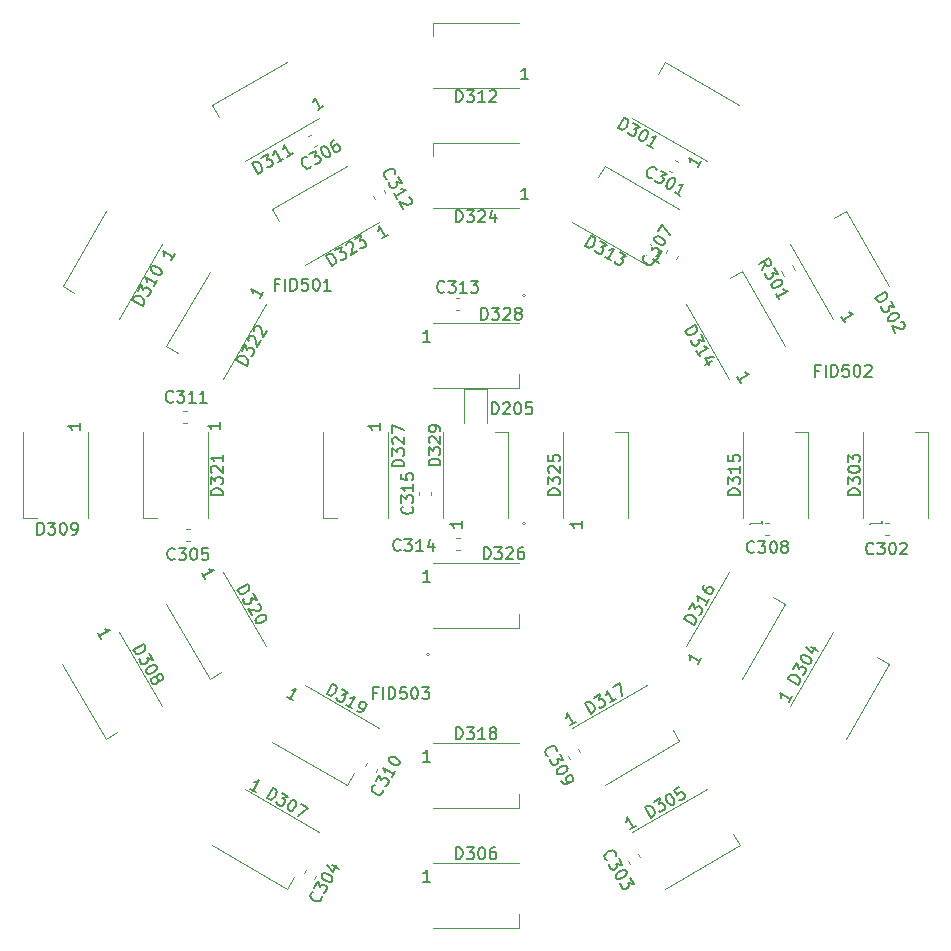
<source format=gto>
G04 #@! TF.GenerationSoftware,KiCad,Pcbnew,5.99.0+really5.1.10+dfsg1-1*
G04 #@! TF.CreationDate,2022-04-18T17:58:13+02:00*
G04 #@! TF.ProjectId,buienradarklok,62756965-6e72-4616-9461-726b6c6f6b2e,rev?*
G04 #@! TF.SameCoordinates,Original*
G04 #@! TF.FileFunction,Legend,Top*
G04 #@! TF.FilePolarity,Positive*
%FSLAX46Y46*%
G04 Gerber Fmt 4.6, Leading zero omitted, Abs format (unit mm)*
G04 Created by KiCad (PCBNEW 5.99.0+really5.1.10+dfsg1-1) date 2022-04-18 17:58:13*
%MOMM*%
%LPD*%
G01*
G04 APERTURE LIST*
%ADD10C,0.120000*%
%ADD11C,0.150000*%
%ADD12R,1.500000X1.000000*%
%ADD13C,0.100000*%
%ADD14R,1.000000X1.500000*%
%ADD15C,1.450000*%
%ADD16O,1.200000X1.900000*%
%ADD17C,2.000000*%
G04 APERTURE END LIST*
D10*
X105250000Y-68792540D02*
X97950000Y-68792540D01*
X105250000Y-63292540D02*
X97950000Y-63292540D01*
X97950000Y-63292540D02*
X97950000Y-64442540D01*
X105791000Y-86414000D02*
G75*
G03*
X105791000Y-86414000I-127000J0D01*
G01*
X97663000Y-116786000D02*
G75*
G03*
X97663000Y-116786000I-127000J0D01*
G01*
X105791000Y-105664000D02*
G75*
G03*
X105791000Y-105664000I-127000J0D01*
G01*
X114854167Y-131833310D02*
X121176153Y-128183310D01*
X117604167Y-136596450D02*
X123926153Y-132946450D01*
X123926153Y-132946450D02*
X123351153Y-131950521D01*
X118235671Y-75952806D02*
X117982329Y-75806539D01*
X118745671Y-75069461D02*
X118492329Y-74923194D01*
X136278233Y-106682000D02*
X136570767Y-106682000D01*
X136278233Y-105662000D02*
X136570767Y-105662000D01*
X115353789Y-133715276D02*
X115500056Y-133968618D01*
X114470444Y-134225276D02*
X114616711Y-134478618D01*
X87184711Y-135015382D02*
X87038444Y-135268724D01*
X88068056Y-135525382D02*
X87921789Y-135778724D01*
X77096233Y-107190000D02*
X77388767Y-107190000D01*
X77096233Y-106170000D02*
X77388767Y-106170000D01*
X87628671Y-72764194D02*
X87375329Y-72910461D01*
X88138671Y-73647539D02*
X87885329Y-73793806D01*
X117671944Y-82787618D02*
X117818211Y-82534276D01*
X118555289Y-83297618D02*
X118701556Y-83044276D01*
X126091733Y-106682000D02*
X126384267Y-106682000D01*
X126091733Y-105662000D02*
X126384267Y-105662000D01*
X109390444Y-125335276D02*
X109536711Y-125588618D01*
X110273789Y-124825276D02*
X110420056Y-125078618D01*
X92391711Y-125983329D02*
X92245444Y-126236671D01*
X93275056Y-126493329D02*
X93128789Y-126746671D01*
X77134767Y-97157000D02*
X76842233Y-97157000D01*
X77134767Y-96137000D02*
X76842233Y-96137000D01*
X93053211Y-78247724D02*
X92906944Y-77994382D01*
X93936556Y-77737724D02*
X93790289Y-77484382D01*
X99903233Y-86612000D02*
X100195767Y-86612000D01*
X99903233Y-87632000D02*
X100195767Y-87632000D01*
X99929733Y-107952000D02*
X100222267Y-107952000D01*
X99929733Y-106932000D02*
X100222267Y-106932000D01*
X96772000Y-103296767D02*
X96772000Y-103004233D01*
X97792000Y-103296767D02*
X97792000Y-103004233D01*
X100640000Y-94288000D02*
X100640000Y-97148000D01*
X102560000Y-94288000D02*
X100640000Y-94288000D01*
X102560000Y-97148000D02*
X102560000Y-94288000D01*
X117599087Y-66603550D02*
X117024087Y-67599479D01*
X123921073Y-70253550D02*
X117599087Y-66603550D01*
X121171073Y-75016690D02*
X114849087Y-71366690D01*
X131828230Y-88338213D02*
X128178230Y-82016227D01*
X136591370Y-85588213D02*
X132941370Y-79266227D01*
X132941370Y-79266227D02*
X131945441Y-79841227D01*
X134410000Y-105250000D02*
X134410000Y-97950000D01*
X139910000Y-105250000D02*
X139910000Y-97950000D01*
X139910000Y-97950000D02*
X138760000Y-97950000D01*
X136591370Y-117609247D02*
X135595441Y-117034247D01*
X132941370Y-123931233D02*
X136591370Y-117609247D01*
X128178230Y-121181233D02*
X131828230Y-114859247D01*
X105250000Y-139907460D02*
X105250000Y-138757460D01*
X97950000Y-139907460D02*
X105250000Y-139907460D01*
X97950000Y-134407460D02*
X105250000Y-134407460D01*
X82041627Y-128188390D02*
X88363613Y-131838390D01*
X79291627Y-132951530D02*
X85613613Y-136601530D01*
X85613613Y-136601530D02*
X86188613Y-135605601D01*
X71364150Y-114846547D02*
X75014150Y-121168533D01*
X66601010Y-117596547D02*
X70251010Y-123918533D01*
X70251010Y-123918533D02*
X71246939Y-123343533D01*
X63292540Y-105250000D02*
X64442540Y-105250000D01*
X63292540Y-97950000D02*
X63292540Y-105250000D01*
X68792540Y-97950000D02*
X68792540Y-105250000D01*
X75021770Y-82023847D02*
X71371770Y-88345833D01*
X70258630Y-79273847D02*
X66608630Y-85595833D01*
X66608630Y-85595833D02*
X67604559Y-86170833D01*
X79286547Y-70245930D02*
X79861547Y-71241859D01*
X85608533Y-66595930D02*
X79286547Y-70245930D01*
X88358533Y-71359070D02*
X82036547Y-75009070D01*
X116091073Y-83812710D02*
X109769087Y-80162710D01*
X118841073Y-79049570D02*
X112519087Y-75399570D01*
X112519087Y-75399570D02*
X111944087Y-76395499D01*
X124142810Y-84353847D02*
X123146881Y-84928847D01*
X127792810Y-90675833D02*
X124142810Y-84353847D01*
X123029670Y-93425833D02*
X119379670Y-87103847D01*
X124250000Y-105250000D02*
X124250000Y-97950000D01*
X129750000Y-105250000D02*
X129750000Y-97950000D01*
X129750000Y-97950000D02*
X128600000Y-97950000D01*
X127792810Y-112524167D02*
X126796881Y-111949167D01*
X124142810Y-118846153D02*
X127792810Y-112524167D01*
X119379670Y-116096153D02*
X123029670Y-109774167D01*
X118841073Y-124145350D02*
X118266073Y-123149421D01*
X112519087Y-127795350D02*
X118841073Y-124145350D01*
X109769087Y-123032210D02*
X116091073Y-119382210D01*
X97950000Y-124247460D02*
X105250000Y-124247460D01*
X97950000Y-129747460D02*
X105250000Y-129747460D01*
X105250000Y-129747460D02*
X105250000Y-128597460D01*
X90691073Y-127802970D02*
X91266073Y-126807041D01*
X84369087Y-124152970D02*
X90691073Y-127802970D01*
X87119087Y-119389830D02*
X93441073Y-123039830D01*
X79052110Y-118835993D02*
X80048039Y-118260993D01*
X75402110Y-112514007D02*
X79052110Y-118835993D01*
X80165250Y-109764007D02*
X83815250Y-116085993D01*
X78952540Y-97950000D02*
X78952540Y-105250000D01*
X73452540Y-97950000D02*
X73452540Y-105250000D01*
X73452540Y-105250000D02*
X74602540Y-105250000D01*
X75402110Y-90678373D02*
X76398039Y-91253373D01*
X79052110Y-84356387D02*
X75402110Y-90678373D01*
X83815250Y-87106387D02*
X80165250Y-93428373D01*
X93441073Y-80162710D02*
X87119087Y-83812710D01*
X90691073Y-75399570D02*
X84369087Y-79049570D01*
X84369087Y-79049570D02*
X84944087Y-80045499D01*
X105250000Y-78955080D02*
X97950000Y-78955080D01*
X105250000Y-73455080D02*
X97950000Y-73455080D01*
X97950000Y-73455080D02*
X97950000Y-74605080D01*
X114510000Y-97950000D02*
X113360000Y-97950000D01*
X114510000Y-105250000D02*
X114510000Y-97950000D01*
X109010000Y-105250000D02*
X109010000Y-97950000D01*
X97950000Y-109010000D02*
X105250000Y-109010000D01*
X97950000Y-114510000D02*
X105250000Y-114510000D01*
X105250000Y-114510000D02*
X105250000Y-113360000D01*
X88690000Y-105250000D02*
X89840000Y-105250000D01*
X88690000Y-97950000D02*
X88690000Y-105250000D01*
X94190000Y-97950000D02*
X94190000Y-105250000D01*
X97950000Y-88690000D02*
X105250000Y-88690000D01*
X97950000Y-94190000D02*
X105250000Y-94190000D01*
X105250000Y-94190000D02*
X105250000Y-93040000D01*
X98850000Y-105250000D02*
X98850000Y-97950000D01*
X104350000Y-105250000D02*
X104350000Y-97950000D01*
X104350000Y-97950000D02*
X103200000Y-97950000D01*
X127707531Y-84743921D02*
X127470273Y-84332979D01*
X128612527Y-84221421D02*
X128375269Y-83810479D01*
D11*
X99909523Y-69994920D02*
X99909523Y-68994920D01*
X100147619Y-68994920D01*
X100290476Y-69042540D01*
X100385714Y-69137778D01*
X100433333Y-69233016D01*
X100480952Y-69423492D01*
X100480952Y-69566349D01*
X100433333Y-69756825D01*
X100385714Y-69852063D01*
X100290476Y-69947301D01*
X100147619Y-69994920D01*
X99909523Y-69994920D01*
X100814285Y-68994920D02*
X101433333Y-68994920D01*
X101100000Y-69375873D01*
X101242857Y-69375873D01*
X101338095Y-69423492D01*
X101385714Y-69471111D01*
X101433333Y-69566349D01*
X101433333Y-69804444D01*
X101385714Y-69899682D01*
X101338095Y-69947301D01*
X101242857Y-69994920D01*
X100957142Y-69994920D01*
X100861904Y-69947301D01*
X100814285Y-69899682D01*
X102385714Y-69994920D02*
X101814285Y-69994920D01*
X102100000Y-69994920D02*
X102100000Y-68994920D01*
X102004761Y-69137778D01*
X101909523Y-69233016D01*
X101814285Y-69280635D01*
X102766666Y-69090159D02*
X102814285Y-69042540D01*
X102909523Y-68994920D01*
X103147619Y-68994920D01*
X103242857Y-69042540D01*
X103290476Y-69090159D01*
X103338095Y-69185397D01*
X103338095Y-69280635D01*
X103290476Y-69423492D01*
X102719047Y-69994920D01*
X103338095Y-69994920D01*
X106035714Y-68094920D02*
X105464285Y-68094920D01*
X105750000Y-68094920D02*
X105750000Y-67094920D01*
X105654761Y-67237778D01*
X105559523Y-67333016D01*
X105464285Y-67380635D01*
X116402355Y-130595802D02*
X115902355Y-129729777D01*
X116108551Y-129610729D01*
X116256079Y-129580540D01*
X116386176Y-129615399D01*
X116475035Y-129674068D01*
X116611512Y-129815216D01*
X116682941Y-129938934D01*
X116736939Y-130127701D01*
X116743319Y-130233989D01*
X116708460Y-130364086D01*
X116608551Y-130476754D01*
X116402355Y-130595802D01*
X116685901Y-129277396D02*
X117222012Y-128967872D01*
X117123813Y-129464453D01*
X117247531Y-129393024D01*
X117353820Y-129386645D01*
X117418868Y-129404074D01*
X117507727Y-129462743D01*
X117626774Y-129668940D01*
X117633154Y-129775228D01*
X117615724Y-129840277D01*
X117557055Y-129929135D01*
X117309619Y-130071992D01*
X117203331Y-130078372D01*
X117138282Y-130060942D01*
X117758123Y-128658348D02*
X117840602Y-128610729D01*
X117946890Y-128604349D01*
X118011939Y-128621779D01*
X118100797Y-128680448D01*
X118237275Y-128821596D01*
X118356322Y-129027792D01*
X118410321Y-129216559D01*
X118416701Y-129322847D01*
X118399271Y-129387896D01*
X118340602Y-129476754D01*
X118258123Y-129524373D01*
X118151835Y-129530753D01*
X118086786Y-129513323D01*
X117997928Y-129454654D01*
X117861451Y-129313507D01*
X117742403Y-129107310D01*
X117688404Y-128918543D01*
X117682025Y-128812255D01*
X117699454Y-128747206D01*
X117758123Y-128658348D01*
X118830345Y-128039300D02*
X118417952Y-128277396D01*
X118614808Y-128713598D01*
X118632238Y-128648549D01*
X118690907Y-128559691D01*
X118897104Y-128440643D01*
X119003392Y-128434264D01*
X119068441Y-128451693D01*
X119157299Y-128510363D01*
X119276347Y-128716559D01*
X119282726Y-128822847D01*
X119265296Y-128887896D01*
X119206627Y-128976754D01*
X119000431Y-129095802D01*
X118894143Y-129102182D01*
X118829094Y-129084752D01*
X115180026Y-131262116D02*
X114685154Y-131547830D01*
X114932590Y-131404973D02*
X114432590Y-130538947D01*
X114421540Y-130710284D01*
X114386680Y-130840382D01*
X114328011Y-130929240D01*
X116501304Y-76426186D02*
X116436256Y-76443616D01*
X116288728Y-76413427D01*
X116206250Y-76365808D01*
X116106341Y-76253140D01*
X116071482Y-76123042D01*
X116077861Y-76016754D01*
X116131860Y-75827988D01*
X116203289Y-75704270D01*
X116339766Y-75563122D01*
X116428624Y-75504453D01*
X116558722Y-75469593D01*
X116706250Y-75499783D01*
X116788728Y-75547402D01*
X116888637Y-75660069D01*
X116906066Y-75725118D01*
X117242360Y-75809306D02*
X117778471Y-76118830D01*
X117299320Y-76282078D01*
X117423038Y-76353507D01*
X117481707Y-76442365D01*
X117499137Y-76507414D01*
X117492757Y-76613702D01*
X117373710Y-76819898D01*
X117284851Y-76878567D01*
X117219802Y-76895997D01*
X117113514Y-76889617D01*
X116866078Y-76746760D01*
X116807409Y-76657902D01*
X116789980Y-76592853D01*
X118314582Y-76428354D02*
X118397061Y-76475973D01*
X118455730Y-76564831D01*
X118473160Y-76629880D01*
X118466780Y-76736168D01*
X118412781Y-76924935D01*
X118293734Y-77131132D01*
X118157256Y-77272279D01*
X118068398Y-77330948D01*
X118003349Y-77348378D01*
X117897061Y-77341998D01*
X117814582Y-77294379D01*
X117755913Y-77205521D01*
X117738484Y-77140472D01*
X117744863Y-77034184D01*
X117798862Y-76845417D01*
X117917910Y-76639221D01*
X118054387Y-76498073D01*
X118143245Y-76439404D01*
X118208294Y-76421974D01*
X118314582Y-76428354D01*
X118928044Y-77937237D02*
X118433172Y-77651522D01*
X118680608Y-77794379D02*
X119180608Y-76928354D01*
X119026701Y-77004453D01*
X118896603Y-77039312D01*
X118790315Y-77032933D01*
X135253552Y-108205542D02*
X135205933Y-108253161D01*
X135063076Y-108300780D01*
X134967838Y-108300780D01*
X134824980Y-108253161D01*
X134729742Y-108157923D01*
X134682123Y-108062685D01*
X134634504Y-107872209D01*
X134634504Y-107729352D01*
X134682123Y-107538876D01*
X134729742Y-107443638D01*
X134824980Y-107348400D01*
X134967838Y-107300780D01*
X135063076Y-107300780D01*
X135205933Y-107348400D01*
X135253552Y-107396019D01*
X135586885Y-107300780D02*
X136205933Y-107300780D01*
X135872600Y-107681733D01*
X136015457Y-107681733D01*
X136110695Y-107729352D01*
X136158314Y-107776971D01*
X136205933Y-107872209D01*
X136205933Y-108110304D01*
X136158314Y-108205542D01*
X136110695Y-108253161D01*
X136015457Y-108300780D01*
X135729742Y-108300780D01*
X135634504Y-108253161D01*
X135586885Y-108205542D01*
X136824980Y-107300780D02*
X136920219Y-107300780D01*
X137015457Y-107348400D01*
X137063076Y-107396019D01*
X137110695Y-107491257D01*
X137158314Y-107681733D01*
X137158314Y-107919828D01*
X137110695Y-108110304D01*
X137063076Y-108205542D01*
X137015457Y-108253161D01*
X136920219Y-108300780D01*
X136824980Y-108300780D01*
X136729742Y-108253161D01*
X136682123Y-108205542D01*
X136634504Y-108110304D01*
X136586885Y-107919828D01*
X136586885Y-107681733D01*
X136634504Y-107491257D01*
X136682123Y-107396019D01*
X136729742Y-107348400D01*
X136824980Y-107300780D01*
X137539266Y-107396019D02*
X137586885Y-107348400D01*
X137682123Y-107300780D01*
X137920219Y-107300780D01*
X138015457Y-107348400D01*
X138063076Y-107396019D01*
X138110695Y-107491257D01*
X138110695Y-107586495D01*
X138063076Y-107729352D01*
X137491647Y-108300780D01*
X138110695Y-108300780D01*
X112745381Y-134210447D02*
X112680332Y-134193017D01*
X112567664Y-134093109D01*
X112520045Y-134010630D01*
X112489856Y-133863103D01*
X112524715Y-133733005D01*
X112583385Y-133644147D01*
X112724532Y-133507670D01*
X112848250Y-133436241D01*
X113037017Y-133382242D01*
X113143305Y-133375863D01*
X113273403Y-133410722D01*
X113386071Y-133510630D01*
X113433690Y-133593109D01*
X113463879Y-133740637D01*
X113446449Y-133805685D01*
X113695594Y-134046741D02*
X114005118Y-134582852D01*
X113508537Y-134484653D01*
X113579966Y-134608371D01*
X113586345Y-134714660D01*
X113568916Y-134779708D01*
X113510247Y-134868567D01*
X113304050Y-134987614D01*
X113197762Y-134993994D01*
X113132713Y-134976564D01*
X113043855Y-134917895D01*
X112900998Y-134670459D01*
X112894618Y-134564171D01*
X112912048Y-134499122D01*
X114314642Y-135118963D02*
X114362261Y-135201442D01*
X114368641Y-135307730D01*
X114351211Y-135372779D01*
X114292542Y-135461637D01*
X114151394Y-135598115D01*
X113945198Y-135717162D01*
X113756431Y-135771161D01*
X113650143Y-135777541D01*
X113585094Y-135760111D01*
X113496236Y-135701442D01*
X113448617Y-135618963D01*
X113442237Y-135512675D01*
X113459667Y-135447626D01*
X113518336Y-135358768D01*
X113659483Y-135222291D01*
X113865680Y-135103243D01*
X114054447Y-135049244D01*
X114160735Y-135042865D01*
X114225784Y-135060294D01*
X114314642Y-135118963D01*
X114647975Y-135696314D02*
X114957499Y-136232425D01*
X114460918Y-136134226D01*
X114532347Y-136257944D01*
X114538726Y-136364232D01*
X114521297Y-136429281D01*
X114462627Y-136518139D01*
X114256431Y-136637187D01*
X114150143Y-136643566D01*
X114085094Y-136626136D01*
X113996236Y-136567467D01*
X113853378Y-136320032D01*
X113846999Y-136213743D01*
X113864429Y-136148695D01*
X88541436Y-137259748D02*
X88558866Y-137324796D01*
X88528677Y-137472324D01*
X88481058Y-137554802D01*
X88368390Y-137654711D01*
X88238292Y-137689570D01*
X88132004Y-137683191D01*
X87943238Y-137629192D01*
X87819520Y-137557763D01*
X87678372Y-137421286D01*
X87619703Y-137332428D01*
X87584843Y-137202330D01*
X87615033Y-137054802D01*
X87662652Y-136972324D01*
X87775319Y-136872415D01*
X87840368Y-136854986D01*
X87924556Y-136518692D02*
X88234080Y-135982581D01*
X88397328Y-136461732D01*
X88468757Y-136338014D01*
X88557615Y-136279345D01*
X88622664Y-136261915D01*
X88728952Y-136268295D01*
X88935148Y-136387342D01*
X88993817Y-136476201D01*
X89011247Y-136541250D01*
X89004867Y-136647538D01*
X88862010Y-136894974D01*
X88773152Y-136953643D01*
X88708103Y-136971072D01*
X88543604Y-135446470D02*
X88591223Y-135363991D01*
X88680081Y-135305322D01*
X88745130Y-135287892D01*
X88851418Y-135294272D01*
X89040185Y-135348271D01*
X89246382Y-135467318D01*
X89387529Y-135603796D01*
X89446198Y-135692654D01*
X89463628Y-135757703D01*
X89457248Y-135863991D01*
X89409629Y-135946470D01*
X89320771Y-136005139D01*
X89255722Y-136022568D01*
X89149434Y-136016189D01*
X88960667Y-135962190D01*
X88754471Y-135843142D01*
X88613323Y-135706665D01*
X88554654Y-135617807D01*
X88537224Y-135552758D01*
X88543604Y-135446470D01*
X89427517Y-134582154D02*
X90004867Y-134915487D01*
X88978555Y-134597874D02*
X89478097Y-135161213D01*
X89787621Y-134625102D01*
X76096952Y-108688142D02*
X76049333Y-108735761D01*
X75906476Y-108783380D01*
X75811238Y-108783380D01*
X75668380Y-108735761D01*
X75573142Y-108640523D01*
X75525523Y-108545285D01*
X75477904Y-108354809D01*
X75477904Y-108211952D01*
X75525523Y-108021476D01*
X75573142Y-107926238D01*
X75668380Y-107831000D01*
X75811238Y-107783380D01*
X75906476Y-107783380D01*
X76049333Y-107831000D01*
X76096952Y-107878619D01*
X76430285Y-107783380D02*
X77049333Y-107783380D01*
X76716000Y-108164333D01*
X76858857Y-108164333D01*
X76954095Y-108211952D01*
X77001714Y-108259571D01*
X77049333Y-108354809D01*
X77049333Y-108592904D01*
X77001714Y-108688142D01*
X76954095Y-108735761D01*
X76858857Y-108783380D01*
X76573142Y-108783380D01*
X76477904Y-108735761D01*
X76430285Y-108688142D01*
X77668380Y-107783380D02*
X77763619Y-107783380D01*
X77858857Y-107831000D01*
X77906476Y-107878619D01*
X77954095Y-107973857D01*
X78001714Y-108164333D01*
X78001714Y-108402428D01*
X77954095Y-108592904D01*
X77906476Y-108688142D01*
X77858857Y-108735761D01*
X77763619Y-108783380D01*
X77668380Y-108783380D01*
X77573142Y-108735761D01*
X77525523Y-108688142D01*
X77477904Y-108592904D01*
X77430285Y-108402428D01*
X77430285Y-108164333D01*
X77477904Y-107973857D01*
X77525523Y-107878619D01*
X77573142Y-107831000D01*
X77668380Y-107783380D01*
X78906476Y-107783380D02*
X78430285Y-107783380D01*
X78382666Y-108259571D01*
X78430285Y-108211952D01*
X78525523Y-108164333D01*
X78763619Y-108164333D01*
X78858857Y-108211952D01*
X78906476Y-108259571D01*
X78954095Y-108354809D01*
X78954095Y-108592904D01*
X78906476Y-108688142D01*
X78858857Y-108735761D01*
X78763619Y-108783380D01*
X78525523Y-108783380D01*
X78430285Y-108735761D01*
X78382666Y-108688142D01*
X87681447Y-75386234D02*
X87664017Y-75451283D01*
X87564109Y-75563951D01*
X87481630Y-75611570D01*
X87334103Y-75641759D01*
X87204005Y-75606900D01*
X87115147Y-75548230D01*
X86978670Y-75407083D01*
X86907241Y-75283365D01*
X86853242Y-75094598D01*
X86846863Y-74988310D01*
X86881722Y-74858212D01*
X86981630Y-74745544D01*
X87064109Y-74697925D01*
X87211637Y-74667736D01*
X87276685Y-74685166D01*
X87517741Y-74436021D02*
X88053852Y-74126497D01*
X87955653Y-74623078D01*
X88079371Y-74551649D01*
X88185660Y-74545270D01*
X88250708Y-74562699D01*
X88339567Y-74621368D01*
X88458614Y-74827565D01*
X88464994Y-74933853D01*
X88447564Y-74998902D01*
X88388895Y-75087760D01*
X88141459Y-75230617D01*
X88035171Y-75236997D01*
X87970122Y-75219567D01*
X88589963Y-73816973D02*
X88672442Y-73769354D01*
X88778730Y-73762974D01*
X88843779Y-73780404D01*
X88932637Y-73839073D01*
X89069115Y-73980221D01*
X89188162Y-74186417D01*
X89242161Y-74375184D01*
X89248541Y-74481472D01*
X89231111Y-74546521D01*
X89172442Y-74635379D01*
X89089963Y-74682998D01*
X88983675Y-74689378D01*
X88918626Y-74671948D01*
X88829768Y-74613279D01*
X88693291Y-74472132D01*
X88574243Y-74265935D01*
X88520244Y-74077168D01*
X88513865Y-73970880D01*
X88531294Y-73905831D01*
X88589963Y-73816973D01*
X89620946Y-73221735D02*
X89455989Y-73316973D01*
X89397320Y-73405831D01*
X89379890Y-73470880D01*
X89368840Y-73642217D01*
X89422839Y-73830984D01*
X89613315Y-74160898D01*
X89702173Y-74219567D01*
X89767222Y-74236997D01*
X89873510Y-74230617D01*
X90038467Y-74135379D01*
X90097136Y-74046521D01*
X90114566Y-73981472D01*
X90108187Y-73875184D01*
X89989139Y-73668988D01*
X89900281Y-73610318D01*
X89835232Y-73592889D01*
X89728944Y-73599268D01*
X89563986Y-73694507D01*
X89505317Y-73783365D01*
X89487887Y-73848414D01*
X89494267Y-73954702D01*
X116698104Y-83348642D02*
X116715534Y-83413690D01*
X116685345Y-83561218D01*
X116637726Y-83643696D01*
X116525058Y-83743605D01*
X116394960Y-83778464D01*
X116288672Y-83772085D01*
X116099906Y-83718086D01*
X115976188Y-83646657D01*
X115835040Y-83510180D01*
X115776371Y-83421322D01*
X115741511Y-83291224D01*
X115771701Y-83143696D01*
X115819320Y-83061218D01*
X115931987Y-82961309D01*
X115997036Y-82943880D01*
X116081224Y-82607586D02*
X116390748Y-82071475D01*
X116553996Y-82550626D01*
X116625425Y-82426908D01*
X116714283Y-82368239D01*
X116779332Y-82350809D01*
X116885620Y-82357189D01*
X117091816Y-82476236D01*
X117150485Y-82565095D01*
X117167915Y-82630144D01*
X117161535Y-82736432D01*
X117018678Y-82983868D01*
X116929820Y-83042537D01*
X116864771Y-83059966D01*
X116700272Y-81535364D02*
X116747891Y-81452885D01*
X116836749Y-81394216D01*
X116901798Y-81376786D01*
X117008086Y-81383166D01*
X117196853Y-81437165D01*
X117403050Y-81556212D01*
X117544197Y-81692690D01*
X117602866Y-81781548D01*
X117620296Y-81846597D01*
X117613916Y-81952885D01*
X117566297Y-82035364D01*
X117477439Y-82094033D01*
X117412390Y-82111462D01*
X117306102Y-82105083D01*
X117117335Y-82051084D01*
X116911139Y-81932036D01*
X116769991Y-81795559D01*
X116711322Y-81706701D01*
X116693892Y-81641652D01*
X116700272Y-81535364D01*
X117033605Y-80958013D02*
X117366939Y-80380663D01*
X118018678Y-81251817D01*
X125169752Y-108078542D02*
X125122133Y-108126161D01*
X124979276Y-108173780D01*
X124884038Y-108173780D01*
X124741180Y-108126161D01*
X124645942Y-108030923D01*
X124598323Y-107935685D01*
X124550704Y-107745209D01*
X124550704Y-107602352D01*
X124598323Y-107411876D01*
X124645942Y-107316638D01*
X124741180Y-107221400D01*
X124884038Y-107173780D01*
X124979276Y-107173780D01*
X125122133Y-107221400D01*
X125169752Y-107269019D01*
X125503085Y-107173780D02*
X126122133Y-107173780D01*
X125788800Y-107554733D01*
X125931657Y-107554733D01*
X126026895Y-107602352D01*
X126074514Y-107649971D01*
X126122133Y-107745209D01*
X126122133Y-107983304D01*
X126074514Y-108078542D01*
X126026895Y-108126161D01*
X125931657Y-108173780D01*
X125645942Y-108173780D01*
X125550704Y-108126161D01*
X125503085Y-108078542D01*
X126741180Y-107173780D02*
X126836419Y-107173780D01*
X126931657Y-107221400D01*
X126979276Y-107269019D01*
X127026895Y-107364257D01*
X127074514Y-107554733D01*
X127074514Y-107792828D01*
X127026895Y-107983304D01*
X126979276Y-108078542D01*
X126931657Y-108126161D01*
X126836419Y-108173780D01*
X126741180Y-108173780D01*
X126645942Y-108126161D01*
X126598323Y-108078542D01*
X126550704Y-107983304D01*
X126503085Y-107792828D01*
X126503085Y-107554733D01*
X126550704Y-107364257D01*
X126598323Y-107269019D01*
X126645942Y-107221400D01*
X126741180Y-107173780D01*
X127645942Y-107602352D02*
X127550704Y-107554733D01*
X127503085Y-107507114D01*
X127455466Y-107411876D01*
X127455466Y-107364257D01*
X127503085Y-107269019D01*
X127550704Y-107221400D01*
X127645942Y-107173780D01*
X127836419Y-107173780D01*
X127931657Y-107221400D01*
X127979276Y-107269019D01*
X128026895Y-107364257D01*
X128026895Y-107411876D01*
X127979276Y-107507114D01*
X127931657Y-107554733D01*
X127836419Y-107602352D01*
X127645942Y-107602352D01*
X127550704Y-107649971D01*
X127503085Y-107697590D01*
X127455466Y-107792828D01*
X127455466Y-107983304D01*
X127503085Y-108078542D01*
X127550704Y-108126161D01*
X127645942Y-108173780D01*
X127836419Y-108173780D01*
X127931657Y-108126161D01*
X127979276Y-108078542D01*
X128026895Y-107983304D01*
X128026895Y-107792828D01*
X127979276Y-107697590D01*
X127931657Y-107649971D01*
X127836419Y-107602352D01*
X107741581Y-125371247D02*
X107676532Y-125353817D01*
X107563864Y-125253909D01*
X107516245Y-125171430D01*
X107486056Y-125023903D01*
X107520915Y-124893805D01*
X107579585Y-124804947D01*
X107720732Y-124668470D01*
X107844450Y-124597041D01*
X108033217Y-124543042D01*
X108139505Y-124536663D01*
X108269603Y-124571522D01*
X108382271Y-124671430D01*
X108429890Y-124753909D01*
X108460079Y-124901437D01*
X108442649Y-124966485D01*
X108691794Y-125207541D02*
X109001318Y-125743652D01*
X108504737Y-125645453D01*
X108576166Y-125769171D01*
X108582545Y-125875460D01*
X108565116Y-125940508D01*
X108506447Y-126029367D01*
X108300250Y-126148414D01*
X108193962Y-126154794D01*
X108128913Y-126137364D01*
X108040055Y-126078695D01*
X107897198Y-125831259D01*
X107890818Y-125724971D01*
X107908248Y-125659922D01*
X109310842Y-126279763D02*
X109358461Y-126362242D01*
X109364841Y-126468530D01*
X109347411Y-126533579D01*
X109288742Y-126622437D01*
X109147594Y-126758915D01*
X108941398Y-126877962D01*
X108752631Y-126931961D01*
X108646343Y-126938341D01*
X108581294Y-126920911D01*
X108492436Y-126862242D01*
X108444817Y-126779763D01*
X108438437Y-126673475D01*
X108455867Y-126608426D01*
X108514536Y-126519568D01*
X108655683Y-126383091D01*
X108861880Y-126264043D01*
X109050647Y-126210044D01*
X109156935Y-126203665D01*
X109221984Y-126221094D01*
X109310842Y-126279763D01*
X108849578Y-127480832D02*
X108944817Y-127645789D01*
X109033675Y-127704458D01*
X109098724Y-127721888D01*
X109270061Y-127732938D01*
X109458827Y-127678939D01*
X109788742Y-127488463D01*
X109847411Y-127399604D01*
X109864841Y-127334556D01*
X109858461Y-127228267D01*
X109763223Y-127063310D01*
X109674365Y-127004641D01*
X109609316Y-126987211D01*
X109503028Y-126993591D01*
X109296831Y-127112639D01*
X109238162Y-127201497D01*
X109220732Y-127266546D01*
X109227112Y-127372834D01*
X109322350Y-127537791D01*
X109411208Y-127596460D01*
X109476257Y-127613890D01*
X109582545Y-127607510D01*
X93748436Y-128227695D02*
X93765866Y-128292743D01*
X93735677Y-128440271D01*
X93688058Y-128522749D01*
X93575390Y-128622658D01*
X93445292Y-128657517D01*
X93339004Y-128651138D01*
X93150238Y-128597139D01*
X93026520Y-128525710D01*
X92885372Y-128389233D01*
X92826703Y-128300375D01*
X92791843Y-128170277D01*
X92822033Y-128022749D01*
X92869652Y-127940271D01*
X92982319Y-127840362D01*
X93047368Y-127822933D01*
X93131556Y-127486639D02*
X93441080Y-126950528D01*
X93604328Y-127429679D01*
X93675757Y-127305961D01*
X93764615Y-127247292D01*
X93829664Y-127229862D01*
X93935952Y-127236242D01*
X94142148Y-127355289D01*
X94200817Y-127444148D01*
X94218247Y-127509197D01*
X94211867Y-127615485D01*
X94069010Y-127862921D01*
X93980152Y-127921590D01*
X93915103Y-127939019D01*
X94783296Y-126625741D02*
X94497582Y-127120613D01*
X94640439Y-126873177D02*
X93774413Y-126373177D01*
X93850512Y-126527084D01*
X93885372Y-126657182D01*
X93878992Y-126763470D01*
X94226794Y-125589630D02*
X94274413Y-125507152D01*
X94363272Y-125448483D01*
X94428321Y-125431053D01*
X94534609Y-125437433D01*
X94723376Y-125491432D01*
X94929572Y-125610479D01*
X95070720Y-125746957D01*
X95129389Y-125835815D01*
X95146819Y-125900864D01*
X95140439Y-126007152D01*
X95092820Y-126089630D01*
X95003961Y-126148300D01*
X94938913Y-126165729D01*
X94832625Y-126159350D01*
X94643858Y-126105351D01*
X94437661Y-125986303D01*
X94296514Y-125849826D01*
X94237844Y-125760967D01*
X94220415Y-125695919D01*
X94226794Y-125589630D01*
X75969952Y-95353142D02*
X75922333Y-95400761D01*
X75779476Y-95448380D01*
X75684238Y-95448380D01*
X75541380Y-95400761D01*
X75446142Y-95305523D01*
X75398523Y-95210285D01*
X75350904Y-95019809D01*
X75350904Y-94876952D01*
X75398523Y-94686476D01*
X75446142Y-94591238D01*
X75541380Y-94496000D01*
X75684238Y-94448380D01*
X75779476Y-94448380D01*
X75922333Y-94496000D01*
X75969952Y-94543619D01*
X76303285Y-94448380D02*
X76922333Y-94448380D01*
X76589000Y-94829333D01*
X76731857Y-94829333D01*
X76827095Y-94876952D01*
X76874714Y-94924571D01*
X76922333Y-95019809D01*
X76922333Y-95257904D01*
X76874714Y-95353142D01*
X76827095Y-95400761D01*
X76731857Y-95448380D01*
X76446142Y-95448380D01*
X76350904Y-95400761D01*
X76303285Y-95353142D01*
X77874714Y-95448380D02*
X77303285Y-95448380D01*
X77589000Y-95448380D02*
X77589000Y-94448380D01*
X77493761Y-94591238D01*
X77398523Y-94686476D01*
X77303285Y-94734095D01*
X78827095Y-95448380D02*
X78255666Y-95448380D01*
X78541380Y-95448380D02*
X78541380Y-94448380D01*
X78446142Y-94591238D01*
X78350904Y-94686476D01*
X78255666Y-94734095D01*
X94076381Y-76501647D02*
X94011332Y-76484217D01*
X93898664Y-76384309D01*
X93851045Y-76301830D01*
X93820856Y-76154303D01*
X93855715Y-76024205D01*
X93914385Y-75935347D01*
X94055532Y-75798870D01*
X94179250Y-75727441D01*
X94368017Y-75673442D01*
X94474305Y-75667063D01*
X94604403Y-75701922D01*
X94717071Y-75801830D01*
X94764690Y-75884309D01*
X94794879Y-76031837D01*
X94777449Y-76096885D01*
X95026594Y-76337941D02*
X95336118Y-76874052D01*
X94839537Y-76775853D01*
X94910966Y-76899571D01*
X94917345Y-77005860D01*
X94899916Y-77070908D01*
X94841247Y-77159767D01*
X94635050Y-77278814D01*
X94528762Y-77285194D01*
X94463713Y-77267764D01*
X94374855Y-77209095D01*
X94231998Y-76961659D01*
X94225618Y-76855371D01*
X94243048Y-76790322D01*
X94946283Y-78198839D02*
X94660569Y-77703967D01*
X94803426Y-77951403D02*
X95669452Y-77451403D01*
X95498115Y-77440353D01*
X95368017Y-77405493D01*
X95279159Y-77346824D01*
X95920306Y-78076372D02*
X95985355Y-78093802D01*
X96074213Y-78152471D01*
X96193261Y-78358667D01*
X96199641Y-78464956D01*
X96182211Y-78530004D01*
X96123542Y-78618863D01*
X96041063Y-78666482D01*
X95893536Y-78696671D01*
X95112950Y-78487514D01*
X95422474Y-79023625D01*
X98930452Y-86049142D02*
X98882833Y-86096761D01*
X98739976Y-86144380D01*
X98644738Y-86144380D01*
X98501880Y-86096761D01*
X98406642Y-86001523D01*
X98359023Y-85906285D01*
X98311404Y-85715809D01*
X98311404Y-85572952D01*
X98359023Y-85382476D01*
X98406642Y-85287238D01*
X98501880Y-85192000D01*
X98644738Y-85144380D01*
X98739976Y-85144380D01*
X98882833Y-85192000D01*
X98930452Y-85239619D01*
X99263785Y-85144380D02*
X99882833Y-85144380D01*
X99549500Y-85525333D01*
X99692357Y-85525333D01*
X99787595Y-85572952D01*
X99835214Y-85620571D01*
X99882833Y-85715809D01*
X99882833Y-85953904D01*
X99835214Y-86049142D01*
X99787595Y-86096761D01*
X99692357Y-86144380D01*
X99406642Y-86144380D01*
X99311404Y-86096761D01*
X99263785Y-86049142D01*
X100835214Y-86144380D02*
X100263785Y-86144380D01*
X100549500Y-86144380D02*
X100549500Y-85144380D01*
X100454261Y-85287238D01*
X100359023Y-85382476D01*
X100263785Y-85430095D01*
X101168547Y-85144380D02*
X101787595Y-85144380D01*
X101454261Y-85525333D01*
X101597119Y-85525333D01*
X101692357Y-85572952D01*
X101739976Y-85620571D01*
X101787595Y-85715809D01*
X101787595Y-85953904D01*
X101739976Y-86049142D01*
X101692357Y-86096761D01*
X101597119Y-86144380D01*
X101311404Y-86144380D01*
X101216166Y-86096761D01*
X101168547Y-86049142D01*
X95223152Y-107926142D02*
X95175533Y-107973761D01*
X95032676Y-108021380D01*
X94937438Y-108021380D01*
X94794580Y-107973761D01*
X94699342Y-107878523D01*
X94651723Y-107783285D01*
X94604104Y-107592809D01*
X94604104Y-107449952D01*
X94651723Y-107259476D01*
X94699342Y-107164238D01*
X94794580Y-107069000D01*
X94937438Y-107021380D01*
X95032676Y-107021380D01*
X95175533Y-107069000D01*
X95223152Y-107116619D01*
X95556485Y-107021380D02*
X96175533Y-107021380D01*
X95842200Y-107402333D01*
X95985057Y-107402333D01*
X96080295Y-107449952D01*
X96127914Y-107497571D01*
X96175533Y-107592809D01*
X96175533Y-107830904D01*
X96127914Y-107926142D01*
X96080295Y-107973761D01*
X95985057Y-108021380D01*
X95699342Y-108021380D01*
X95604104Y-107973761D01*
X95556485Y-107926142D01*
X97127914Y-108021380D02*
X96556485Y-108021380D01*
X96842200Y-108021380D02*
X96842200Y-107021380D01*
X96746961Y-107164238D01*
X96651723Y-107259476D01*
X96556485Y-107307095D01*
X97985057Y-107354714D02*
X97985057Y-108021380D01*
X97746961Y-106973761D02*
X97508866Y-107688047D01*
X98127914Y-107688047D01*
X96209142Y-104269547D02*
X96256761Y-104317166D01*
X96304380Y-104460023D01*
X96304380Y-104555261D01*
X96256761Y-104698119D01*
X96161523Y-104793357D01*
X96066285Y-104840976D01*
X95875809Y-104888595D01*
X95732952Y-104888595D01*
X95542476Y-104840976D01*
X95447238Y-104793357D01*
X95352000Y-104698119D01*
X95304380Y-104555261D01*
X95304380Y-104460023D01*
X95352000Y-104317166D01*
X95399619Y-104269547D01*
X95304380Y-103936214D02*
X95304380Y-103317166D01*
X95685333Y-103650500D01*
X95685333Y-103507642D01*
X95732952Y-103412404D01*
X95780571Y-103364785D01*
X95875809Y-103317166D01*
X96113904Y-103317166D01*
X96209142Y-103364785D01*
X96256761Y-103412404D01*
X96304380Y-103507642D01*
X96304380Y-103793357D01*
X96256761Y-103888595D01*
X96209142Y-103936214D01*
X96304380Y-102364785D02*
X96304380Y-102936214D01*
X96304380Y-102650500D02*
X95304380Y-102650500D01*
X95447238Y-102745738D01*
X95542476Y-102840976D01*
X95590095Y-102936214D01*
X95304380Y-101460023D02*
X95304380Y-101936214D01*
X95780571Y-101983833D01*
X95732952Y-101936214D01*
X95685333Y-101840976D01*
X95685333Y-101602880D01*
X95732952Y-101507642D01*
X95780571Y-101460023D01*
X95875809Y-101412404D01*
X96113904Y-101412404D01*
X96209142Y-101460023D01*
X96256761Y-101507642D01*
X96304380Y-101602880D01*
X96304380Y-101840976D01*
X96256761Y-101936214D01*
X96209142Y-101983833D01*
X102957523Y-96438980D02*
X102957523Y-95438980D01*
X103195619Y-95438980D01*
X103338476Y-95486600D01*
X103433714Y-95581838D01*
X103481333Y-95677076D01*
X103528952Y-95867552D01*
X103528952Y-96010409D01*
X103481333Y-96200885D01*
X103433714Y-96296123D01*
X103338476Y-96391361D01*
X103195619Y-96438980D01*
X102957523Y-96438980D01*
X103909904Y-95534219D02*
X103957523Y-95486600D01*
X104052761Y-95438980D01*
X104290857Y-95438980D01*
X104386095Y-95486600D01*
X104433714Y-95534219D01*
X104481333Y-95629457D01*
X104481333Y-95724695D01*
X104433714Y-95867552D01*
X103862285Y-96438980D01*
X104481333Y-96438980D01*
X105100380Y-95438980D02*
X105195619Y-95438980D01*
X105290857Y-95486600D01*
X105338476Y-95534219D01*
X105386095Y-95629457D01*
X105433714Y-95819933D01*
X105433714Y-96058028D01*
X105386095Y-96248504D01*
X105338476Y-96343742D01*
X105290857Y-96391361D01*
X105195619Y-96438980D01*
X105100380Y-96438980D01*
X105005142Y-96391361D01*
X104957523Y-96343742D01*
X104909904Y-96248504D01*
X104862285Y-96058028D01*
X104862285Y-95819933D01*
X104909904Y-95629457D01*
X104957523Y-95534219D01*
X105005142Y-95486600D01*
X105100380Y-95438980D01*
X106338476Y-95438980D02*
X105862285Y-95438980D01*
X105814666Y-95915171D01*
X105862285Y-95867552D01*
X105957523Y-95819933D01*
X106195619Y-95819933D01*
X106290857Y-95867552D01*
X106338476Y-95915171D01*
X106386095Y-96010409D01*
X106386095Y-96248504D01*
X106338476Y-96343742D01*
X106290857Y-96391361D01*
X106195619Y-96438980D01*
X105957523Y-96438980D01*
X105862285Y-96391361D01*
X105814666Y-96343742D01*
X113651214Y-72190535D02*
X114151214Y-71324509D01*
X114357410Y-71443557D01*
X114457319Y-71556225D01*
X114492178Y-71686323D01*
X114485798Y-71792611D01*
X114431800Y-71981377D01*
X114360371Y-72105095D01*
X114223894Y-72246243D01*
X114135035Y-72304912D01*
X114004938Y-72339772D01*
X113857410Y-72309582D01*
X113651214Y-72190535D01*
X114934760Y-71776890D02*
X115470871Y-72086414D01*
X114991720Y-72249662D01*
X115115438Y-72321091D01*
X115174107Y-72409949D01*
X115191537Y-72474998D01*
X115185157Y-72581286D01*
X115066110Y-72787482D01*
X114977251Y-72846151D01*
X114912202Y-72863581D01*
X114805914Y-72857201D01*
X114558478Y-72714344D01*
X114499809Y-72625486D01*
X114482380Y-72560437D01*
X116006982Y-72395938D02*
X116089461Y-72443557D01*
X116148130Y-72532415D01*
X116165560Y-72597464D01*
X116159180Y-72703752D01*
X116105181Y-72892519D01*
X115986134Y-73098716D01*
X115849656Y-73239863D01*
X115760798Y-73298532D01*
X115695749Y-73315962D01*
X115589461Y-73309582D01*
X115506982Y-73261963D01*
X115448313Y-73173105D01*
X115430884Y-73108056D01*
X115437263Y-73001768D01*
X115491262Y-72813001D01*
X115610310Y-72606805D01*
X115746787Y-72465657D01*
X115835645Y-72406988D01*
X115900694Y-72389558D01*
X116006982Y-72395938D01*
X116620444Y-73904821D02*
X116125572Y-73619106D01*
X116373008Y-73761963D02*
X116873008Y-72895938D01*
X116719101Y-72972037D01*
X116589003Y-73006896D01*
X116482715Y-73000517D01*
X120676630Y-74984954D02*
X120390916Y-75479826D01*
X120533773Y-75232390D02*
X119667747Y-74732390D01*
X119743846Y-74886297D01*
X119778706Y-75016395D01*
X119772326Y-75122683D01*
X135414988Y-86569995D02*
X136281013Y-86069995D01*
X136400061Y-86276191D01*
X136430250Y-86423719D01*
X136395391Y-86553816D01*
X136336722Y-86642675D01*
X136195574Y-86779152D01*
X136071856Y-86850581D01*
X135883089Y-86904579D01*
X135776801Y-86910959D01*
X135646704Y-86876100D01*
X135534036Y-86776191D01*
X135414988Y-86569995D01*
X136733394Y-86853541D02*
X137042918Y-87389652D01*
X136546337Y-87291453D01*
X136617766Y-87415171D01*
X136624145Y-87521460D01*
X136606716Y-87586508D01*
X136548047Y-87675367D01*
X136341850Y-87794414D01*
X136235562Y-87800794D01*
X136170513Y-87783364D01*
X136081655Y-87724695D01*
X135938798Y-87477259D01*
X135932418Y-87370971D01*
X135949848Y-87305922D01*
X137352442Y-87925763D02*
X137400061Y-88008242D01*
X137406441Y-88114530D01*
X137389011Y-88179579D01*
X137330342Y-88268437D01*
X137189194Y-88404915D01*
X136982998Y-88523962D01*
X136794231Y-88577961D01*
X136687943Y-88584341D01*
X136622894Y-88566911D01*
X136534036Y-88508242D01*
X136486417Y-88425763D01*
X136480037Y-88319475D01*
X136497467Y-88254426D01*
X136556136Y-88165568D01*
X136697283Y-88029091D01*
X136903480Y-87910043D01*
X137092247Y-87856044D01*
X137198535Y-87849665D01*
X137263584Y-87867094D01*
X137352442Y-87925763D01*
X137627106Y-88591972D02*
X137692155Y-88609402D01*
X137781013Y-88668071D01*
X137900061Y-88874267D01*
X137906441Y-88980556D01*
X137889011Y-89045604D01*
X137830342Y-89134463D01*
X137747863Y-89182082D01*
X137600336Y-89212271D01*
X136819750Y-89003114D01*
X137129274Y-89539225D01*
X132825242Y-88669851D02*
X132539528Y-88174979D01*
X132682385Y-88422415D02*
X133548411Y-87922415D01*
X133377074Y-87911365D01*
X133246976Y-87876505D01*
X133158118Y-87817836D01*
X134112380Y-103290476D02*
X133112380Y-103290476D01*
X133112380Y-103052380D01*
X133160000Y-102909523D01*
X133255238Y-102814285D01*
X133350476Y-102766666D01*
X133540952Y-102719047D01*
X133683809Y-102719047D01*
X133874285Y-102766666D01*
X133969523Y-102814285D01*
X134064761Y-102909523D01*
X134112380Y-103052380D01*
X134112380Y-103290476D01*
X133112380Y-102385714D02*
X133112380Y-101766666D01*
X133493333Y-102100000D01*
X133493333Y-101957142D01*
X133540952Y-101861904D01*
X133588571Y-101814285D01*
X133683809Y-101766666D01*
X133921904Y-101766666D01*
X134017142Y-101814285D01*
X134064761Y-101861904D01*
X134112380Y-101957142D01*
X134112380Y-102242857D01*
X134064761Y-102338095D01*
X134017142Y-102385714D01*
X133112380Y-101147619D02*
X133112380Y-101052380D01*
X133160000Y-100957142D01*
X133207619Y-100909523D01*
X133302857Y-100861904D01*
X133493333Y-100814285D01*
X133731428Y-100814285D01*
X133921904Y-100861904D01*
X134017142Y-100909523D01*
X134064761Y-100957142D01*
X134112380Y-101052380D01*
X134112380Y-101147619D01*
X134064761Y-101242857D01*
X134017142Y-101290476D01*
X133921904Y-101338095D01*
X133731428Y-101385714D01*
X133493333Y-101385714D01*
X133302857Y-101338095D01*
X133207619Y-101290476D01*
X133160000Y-101242857D01*
X133112380Y-101147619D01*
X133112380Y-100480952D02*
X133112380Y-99861904D01*
X133493333Y-100195238D01*
X133493333Y-100052380D01*
X133540952Y-99957142D01*
X133588571Y-99909523D01*
X133683809Y-99861904D01*
X133921904Y-99861904D01*
X134017142Y-99909523D01*
X134064761Y-99957142D01*
X134112380Y-100052380D01*
X134112380Y-100338095D01*
X134064761Y-100433333D01*
X134017142Y-100480952D01*
X136012380Y-105464285D02*
X136012380Y-106035714D01*
X136012380Y-105750000D02*
X135012380Y-105750000D01*
X135155238Y-105845238D01*
X135250476Y-105940476D01*
X135298095Y-106035714D01*
X128900246Y-119335425D02*
X128034220Y-118835425D01*
X128153268Y-118629229D01*
X128265936Y-118529320D01*
X128396034Y-118494461D01*
X128502322Y-118500841D01*
X128691088Y-118554839D01*
X128814806Y-118626268D01*
X128955954Y-118762745D01*
X129014623Y-118851604D01*
X129049483Y-118981701D01*
X129019293Y-119129229D01*
X128900246Y-119335425D01*
X128486601Y-118051879D02*
X128796125Y-117515768D01*
X128959373Y-117994919D01*
X129030802Y-117871201D01*
X129119660Y-117812532D01*
X129184709Y-117795102D01*
X129290997Y-117801482D01*
X129497193Y-117920529D01*
X129555862Y-118009388D01*
X129573292Y-118074437D01*
X129566912Y-118180725D01*
X129424055Y-118428161D01*
X129335197Y-118486830D01*
X129270148Y-118504259D01*
X129105649Y-116979657D02*
X129153268Y-116897178D01*
X129242126Y-116838509D01*
X129307175Y-116821079D01*
X129413463Y-116827459D01*
X129602230Y-116881458D01*
X129808427Y-117000505D01*
X129949574Y-117136983D01*
X130008243Y-117225841D01*
X130025673Y-117290890D01*
X130019293Y-117397178D01*
X129971674Y-117479657D01*
X129882816Y-117538326D01*
X129817767Y-117555755D01*
X129711479Y-117549376D01*
X129522712Y-117495377D01*
X129316516Y-117376329D01*
X129175368Y-117239852D01*
X129116699Y-117150994D01*
X129099269Y-117085945D01*
X129105649Y-116979657D01*
X129989562Y-116115341D02*
X130566912Y-116448674D01*
X129540600Y-116131061D02*
X130040142Y-116694400D01*
X130349666Y-116158289D01*
X128372830Y-120323954D02*
X128087116Y-120818826D01*
X128229973Y-120571390D02*
X127363947Y-120071390D01*
X127440046Y-120225297D01*
X127474906Y-120355395D01*
X127468526Y-120461683D01*
X99909523Y-134109840D02*
X99909523Y-133109840D01*
X100147619Y-133109840D01*
X100290476Y-133157460D01*
X100385714Y-133252698D01*
X100433333Y-133347936D01*
X100480952Y-133538412D01*
X100480952Y-133681269D01*
X100433333Y-133871745D01*
X100385714Y-133966983D01*
X100290476Y-134062221D01*
X100147619Y-134109840D01*
X99909523Y-134109840D01*
X100814285Y-133109840D02*
X101433333Y-133109840D01*
X101100000Y-133490793D01*
X101242857Y-133490793D01*
X101338095Y-133538412D01*
X101385714Y-133586031D01*
X101433333Y-133681269D01*
X101433333Y-133919364D01*
X101385714Y-134014602D01*
X101338095Y-134062221D01*
X101242857Y-134109840D01*
X100957142Y-134109840D01*
X100861904Y-134062221D01*
X100814285Y-134014602D01*
X102052380Y-133109840D02*
X102147619Y-133109840D01*
X102242857Y-133157460D01*
X102290476Y-133205079D01*
X102338095Y-133300317D01*
X102385714Y-133490793D01*
X102385714Y-133728888D01*
X102338095Y-133919364D01*
X102290476Y-134014602D01*
X102242857Y-134062221D01*
X102147619Y-134109840D01*
X102052380Y-134109840D01*
X101957142Y-134062221D01*
X101909523Y-134014602D01*
X101861904Y-133919364D01*
X101814285Y-133728888D01*
X101814285Y-133490793D01*
X101861904Y-133300317D01*
X101909523Y-133205079D01*
X101957142Y-133157460D01*
X102052380Y-133109840D01*
X103242857Y-133109840D02*
X103052380Y-133109840D01*
X102957142Y-133157460D01*
X102909523Y-133205079D01*
X102814285Y-133347936D01*
X102766666Y-133538412D01*
X102766666Y-133919364D01*
X102814285Y-134014602D01*
X102861904Y-134062221D01*
X102957142Y-134109840D01*
X103147619Y-134109840D01*
X103242857Y-134062221D01*
X103290476Y-134014602D01*
X103338095Y-133919364D01*
X103338095Y-133681269D01*
X103290476Y-133586031D01*
X103242857Y-133538412D01*
X103147619Y-133490793D01*
X102957142Y-133490793D01*
X102861904Y-133538412D01*
X102814285Y-133586031D01*
X102766666Y-133681269D01*
X97735714Y-136009840D02*
X97164285Y-136009840D01*
X97450000Y-136009840D02*
X97450000Y-135009840D01*
X97354761Y-135152698D01*
X97259523Y-135247936D01*
X97164285Y-135295555D01*
X83887434Y-128910406D02*
X84387434Y-128044380D01*
X84593630Y-128163428D01*
X84693539Y-128276096D01*
X84728398Y-128406194D01*
X84722018Y-128512482D01*
X84668020Y-128701248D01*
X84596591Y-128824966D01*
X84460114Y-128966114D01*
X84371255Y-129024783D01*
X84241158Y-129059643D01*
X84093630Y-129029453D01*
X83887434Y-128910406D01*
X85170980Y-128496761D02*
X85707091Y-128806285D01*
X85227940Y-128969533D01*
X85351658Y-129040962D01*
X85410327Y-129129820D01*
X85427757Y-129194869D01*
X85421377Y-129301157D01*
X85302330Y-129507353D01*
X85213471Y-129566022D01*
X85148422Y-129583452D01*
X85042134Y-129577072D01*
X84794698Y-129434215D01*
X84736029Y-129345357D01*
X84718600Y-129280308D01*
X86243202Y-129115809D02*
X86325681Y-129163428D01*
X86384350Y-129252286D01*
X86401780Y-129317335D01*
X86395400Y-129423623D01*
X86341401Y-129612390D01*
X86222354Y-129818587D01*
X86085876Y-129959734D01*
X85997018Y-130018403D01*
X85931969Y-130035833D01*
X85825681Y-130029453D01*
X85743202Y-129981834D01*
X85684533Y-129892976D01*
X85667104Y-129827927D01*
X85673483Y-129721639D01*
X85727482Y-129532872D01*
X85846530Y-129326676D01*
X85983007Y-129185528D01*
X86071865Y-129126859D01*
X86136914Y-129109429D01*
X86243202Y-129115809D01*
X86820553Y-129449142D02*
X87397903Y-129782476D01*
X86526749Y-130434215D01*
X82977645Y-128449030D02*
X82482773Y-128163316D01*
X82730209Y-128306173D02*
X83230209Y-127440147D01*
X83076302Y-127516246D01*
X82946204Y-127551106D01*
X82839916Y-127544726D01*
X72601657Y-116394735D02*
X73467682Y-115894735D01*
X73586730Y-116100931D01*
X73616919Y-116248459D01*
X73582060Y-116378556D01*
X73523391Y-116467415D01*
X73382243Y-116603892D01*
X73258525Y-116675321D01*
X73069758Y-116729319D01*
X72963470Y-116735699D01*
X72833373Y-116700840D01*
X72720705Y-116600931D01*
X72601657Y-116394735D01*
X73920063Y-116678281D02*
X74229587Y-117214392D01*
X73733006Y-117116193D01*
X73804435Y-117239911D01*
X73810814Y-117346200D01*
X73793385Y-117411248D01*
X73734716Y-117500107D01*
X73528519Y-117619154D01*
X73422231Y-117625534D01*
X73357182Y-117608104D01*
X73268324Y-117549435D01*
X73125467Y-117301999D01*
X73119087Y-117195711D01*
X73136517Y-117130662D01*
X74539111Y-117750503D02*
X74586730Y-117832982D01*
X74593110Y-117939270D01*
X74575680Y-118004319D01*
X74517011Y-118093177D01*
X74375863Y-118229655D01*
X74169667Y-118348702D01*
X73980900Y-118402701D01*
X73874612Y-118409081D01*
X73809563Y-118391651D01*
X73720705Y-118332982D01*
X73673086Y-118250503D01*
X73666706Y-118144215D01*
X73684136Y-118079166D01*
X73742805Y-117990308D01*
X73883952Y-117853831D01*
X74090149Y-117734783D01*
X74278916Y-117680784D01*
X74385204Y-117674405D01*
X74450253Y-117691834D01*
X74539111Y-117750503D01*
X74620338Y-118748336D02*
X74613958Y-118642048D01*
X74631388Y-118576999D01*
X74690057Y-118488141D01*
X74731297Y-118464331D01*
X74837585Y-118457951D01*
X74902634Y-118475381D01*
X74991492Y-118534050D01*
X75086730Y-118699007D01*
X75093110Y-118805296D01*
X75075680Y-118870344D01*
X75017011Y-118959203D01*
X74975772Y-118983012D01*
X74869483Y-118989392D01*
X74804435Y-118971962D01*
X74715576Y-118913293D01*
X74620338Y-118748336D01*
X74531480Y-118689667D01*
X74466431Y-118672237D01*
X74360143Y-118678617D01*
X74195186Y-118773855D01*
X74136517Y-118862713D01*
X74119087Y-118927762D01*
X74125467Y-119034050D01*
X74220705Y-119199007D01*
X74309563Y-119257676D01*
X74374612Y-119275106D01*
X74480900Y-119268727D01*
X74645857Y-119173488D01*
X74704526Y-119084630D01*
X74721956Y-119019581D01*
X74715576Y-118913293D01*
X69869304Y-115462161D02*
X69583590Y-114967289D01*
X69726447Y-115214725D02*
X70592473Y-114714725D01*
X70421136Y-114703675D01*
X70291038Y-114668815D01*
X70202180Y-114610146D01*
X64476523Y-106624380D02*
X64476523Y-105624380D01*
X64714619Y-105624380D01*
X64857476Y-105672000D01*
X64952714Y-105767238D01*
X65000333Y-105862476D01*
X65047952Y-106052952D01*
X65047952Y-106195809D01*
X65000333Y-106386285D01*
X64952714Y-106481523D01*
X64857476Y-106576761D01*
X64714619Y-106624380D01*
X64476523Y-106624380D01*
X65381285Y-105624380D02*
X66000333Y-105624380D01*
X65667000Y-106005333D01*
X65809857Y-106005333D01*
X65905095Y-106052952D01*
X65952714Y-106100571D01*
X66000333Y-106195809D01*
X66000333Y-106433904D01*
X65952714Y-106529142D01*
X65905095Y-106576761D01*
X65809857Y-106624380D01*
X65524142Y-106624380D01*
X65428904Y-106576761D01*
X65381285Y-106529142D01*
X66619380Y-105624380D02*
X66714619Y-105624380D01*
X66809857Y-105672000D01*
X66857476Y-105719619D01*
X66905095Y-105814857D01*
X66952714Y-106005333D01*
X66952714Y-106243428D01*
X66905095Y-106433904D01*
X66857476Y-106529142D01*
X66809857Y-106576761D01*
X66714619Y-106624380D01*
X66619380Y-106624380D01*
X66524142Y-106576761D01*
X66476523Y-106529142D01*
X66428904Y-106433904D01*
X66381285Y-106243428D01*
X66381285Y-106005333D01*
X66428904Y-105814857D01*
X66476523Y-105719619D01*
X66524142Y-105672000D01*
X66619380Y-105624380D01*
X67428904Y-106624380D02*
X67619380Y-106624380D01*
X67714619Y-106576761D01*
X67762238Y-106529142D01*
X67857476Y-106386285D01*
X67905095Y-106195809D01*
X67905095Y-105814857D01*
X67857476Y-105719619D01*
X67809857Y-105672000D01*
X67714619Y-105624380D01*
X67524142Y-105624380D01*
X67428904Y-105672000D01*
X67381285Y-105719619D01*
X67333666Y-105814857D01*
X67333666Y-106052952D01*
X67381285Y-106148190D01*
X67428904Y-106195809D01*
X67524142Y-106243428D01*
X67714619Y-106243428D01*
X67809857Y-106195809D01*
X67857476Y-106148190D01*
X67905095Y-106052952D01*
X68094920Y-97164285D02*
X68094920Y-97735714D01*
X68094920Y-97450000D02*
X67094920Y-97450000D01*
X67237778Y-97545238D01*
X67333016Y-97640476D01*
X67380635Y-97735714D01*
X73392824Y-87250025D02*
X72526798Y-86750025D01*
X72645846Y-86543829D01*
X72758514Y-86443920D01*
X72888612Y-86409061D01*
X72994900Y-86415441D01*
X73183666Y-86469439D01*
X73307384Y-86540868D01*
X73448532Y-86677345D01*
X73507201Y-86766204D01*
X73542061Y-86896301D01*
X73511871Y-87043829D01*
X73392824Y-87250025D01*
X72979179Y-85966479D02*
X73288703Y-85430368D01*
X73451951Y-85909519D01*
X73523380Y-85785801D01*
X73612238Y-85727132D01*
X73677287Y-85709702D01*
X73783575Y-85716082D01*
X73989771Y-85835129D01*
X74048440Y-85923988D01*
X74065870Y-85989037D01*
X74059490Y-86095325D01*
X73916633Y-86342761D01*
X73827775Y-86401430D01*
X73762726Y-86418859D01*
X74630919Y-85105581D02*
X74345205Y-85600453D01*
X74488062Y-85353017D02*
X73622036Y-84853017D01*
X73698135Y-85006924D01*
X73732995Y-85137022D01*
X73726615Y-85243310D01*
X74074417Y-84069470D02*
X74122036Y-83986992D01*
X74210895Y-83928323D01*
X74275944Y-83910893D01*
X74382232Y-83917273D01*
X74570999Y-83971272D01*
X74777195Y-84090319D01*
X74918343Y-84226797D01*
X74977012Y-84315655D01*
X74994442Y-84380704D01*
X74988062Y-84486992D01*
X74940443Y-84569470D01*
X74851584Y-84628140D01*
X74786536Y-84645569D01*
X74680248Y-84639190D01*
X74491481Y-84585191D01*
X74285284Y-84466143D01*
X74144137Y-84329666D01*
X74085467Y-84240807D01*
X74068038Y-84175759D01*
X74074417Y-84069470D01*
X76099630Y-82884354D02*
X75813916Y-83379226D01*
X75956773Y-83131790D02*
X75090747Y-82631790D01*
X75166846Y-82785697D01*
X75201706Y-82915795D01*
X75195326Y-83022083D01*
X83166395Y-76065411D02*
X82666395Y-75199386D01*
X82872591Y-75080338D01*
X83020119Y-75050149D01*
X83150216Y-75085008D01*
X83239075Y-75143677D01*
X83375552Y-75284825D01*
X83446981Y-75408543D01*
X83500979Y-75597310D01*
X83507359Y-75703598D01*
X83472500Y-75833695D01*
X83372591Y-75946363D01*
X83166395Y-76065411D01*
X83449941Y-74747005D02*
X83986052Y-74437481D01*
X83887853Y-74934062D01*
X84011571Y-74862633D01*
X84117860Y-74856254D01*
X84182908Y-74873683D01*
X84271767Y-74932352D01*
X84390814Y-75138549D01*
X84397194Y-75244837D01*
X84379764Y-75309886D01*
X84321095Y-75398744D01*
X84073659Y-75541601D01*
X83967371Y-75547981D01*
X83902322Y-75530551D01*
X85310839Y-74827316D02*
X84815967Y-75113030D01*
X85063403Y-74970173D02*
X84563403Y-74104147D01*
X84552353Y-74275484D01*
X84517493Y-74405582D01*
X84458824Y-74494440D01*
X86135625Y-74351125D02*
X85640753Y-74636840D01*
X85888189Y-74493982D02*
X85388189Y-73627957D01*
X85377139Y-73799294D01*
X85342279Y-73929392D01*
X85283610Y-74018250D01*
X88690171Y-70362057D02*
X88195299Y-70647771D01*
X88442735Y-70504914D02*
X87942735Y-69638888D01*
X87931685Y-69810225D01*
X87896825Y-69940323D01*
X87838156Y-70029181D01*
X110864894Y-82183764D02*
X111364894Y-81317738D01*
X111571090Y-81436786D01*
X111670999Y-81549454D01*
X111705858Y-81679552D01*
X111699478Y-81785840D01*
X111645480Y-81974606D01*
X111574051Y-82098324D01*
X111437574Y-82239472D01*
X111348715Y-82298141D01*
X111218618Y-82333001D01*
X111071090Y-82302811D01*
X110864894Y-82183764D01*
X112148440Y-81770119D02*
X112684551Y-82079643D01*
X112205400Y-82242891D01*
X112329118Y-82314320D01*
X112387787Y-82403178D01*
X112405217Y-82468227D01*
X112398837Y-82574515D01*
X112279790Y-82780711D01*
X112190931Y-82839380D01*
X112125882Y-82856810D01*
X112019594Y-82850430D01*
X111772158Y-82707573D01*
X111713489Y-82618715D01*
X111696060Y-82553666D01*
X113009338Y-83421859D02*
X112514466Y-83136145D01*
X112761902Y-83279002D02*
X113261902Y-82412976D01*
X113107995Y-82489075D01*
X112977897Y-82523935D01*
X112871609Y-82517555D01*
X113798013Y-82722500D02*
X114334124Y-83032024D01*
X113854972Y-83195272D01*
X113978690Y-83266700D01*
X114037359Y-83355559D01*
X114054789Y-83420608D01*
X114048409Y-83526896D01*
X113929362Y-83733092D01*
X113840503Y-83791761D01*
X113775455Y-83809191D01*
X113669166Y-83802811D01*
X113421731Y-83659954D01*
X113363062Y-83571096D01*
X113345632Y-83506047D01*
X117120330Y-83601411D02*
X116625458Y-83315697D01*
X116872894Y-83458554D02*
X117372894Y-82592528D01*
X117218987Y-82668627D01*
X117088889Y-82703487D01*
X116982601Y-82697107D01*
X119318139Y-89402035D02*
X120184164Y-88902035D01*
X120303212Y-89108231D01*
X120333401Y-89255759D01*
X120298542Y-89385856D01*
X120239873Y-89474715D01*
X120098725Y-89611192D01*
X119975007Y-89682621D01*
X119786240Y-89736619D01*
X119679952Y-89742999D01*
X119549855Y-89708140D01*
X119437187Y-89608231D01*
X119318139Y-89402035D01*
X120636545Y-89685581D02*
X120946069Y-90221692D01*
X120449488Y-90123493D01*
X120520917Y-90247211D01*
X120527296Y-90353500D01*
X120509867Y-90418548D01*
X120451198Y-90507407D01*
X120245001Y-90626454D01*
X120138713Y-90632834D01*
X120073664Y-90615404D01*
X119984806Y-90556735D01*
X119841949Y-90309299D01*
X119835569Y-90203011D01*
X119852999Y-90137962D01*
X120556234Y-91546479D02*
X120270520Y-91051607D01*
X120413377Y-91299043D02*
X121279403Y-90799043D01*
X121108066Y-90787993D01*
X120977968Y-90753133D01*
X120889110Y-90694464D01*
X121562156Y-91955453D02*
X120984806Y-92288786D01*
X121773023Y-91558780D02*
X121035386Y-91709726D01*
X121344909Y-92245837D01*
X124026682Y-93757471D02*
X123740968Y-93262599D01*
X123883825Y-93510035D02*
X124749851Y-93010035D01*
X124578514Y-92998985D01*
X124448416Y-92964125D01*
X124359558Y-92905456D01*
X123952380Y-103290476D02*
X122952380Y-103290476D01*
X122952380Y-103052380D01*
X123000000Y-102909523D01*
X123095238Y-102814285D01*
X123190476Y-102766666D01*
X123380952Y-102719047D01*
X123523809Y-102719047D01*
X123714285Y-102766666D01*
X123809523Y-102814285D01*
X123904761Y-102909523D01*
X123952380Y-103052380D01*
X123952380Y-103290476D01*
X122952380Y-102385714D02*
X122952380Y-101766666D01*
X123333333Y-102100000D01*
X123333333Y-101957142D01*
X123380952Y-101861904D01*
X123428571Y-101814285D01*
X123523809Y-101766666D01*
X123761904Y-101766666D01*
X123857142Y-101814285D01*
X123904761Y-101861904D01*
X123952380Y-101957142D01*
X123952380Y-102242857D01*
X123904761Y-102338095D01*
X123857142Y-102385714D01*
X123952380Y-100814285D02*
X123952380Y-101385714D01*
X123952380Y-101100000D02*
X122952380Y-101100000D01*
X123095238Y-101195238D01*
X123190476Y-101290476D01*
X123238095Y-101385714D01*
X122952380Y-99909523D02*
X122952380Y-100385714D01*
X123428571Y-100433333D01*
X123380952Y-100385714D01*
X123333333Y-100290476D01*
X123333333Y-100052380D01*
X123380952Y-99957142D01*
X123428571Y-99909523D01*
X123523809Y-99861904D01*
X123761904Y-99861904D01*
X123857142Y-99909523D01*
X123904761Y-99957142D01*
X123952380Y-100052380D01*
X123952380Y-100290476D01*
X123904761Y-100385714D01*
X123857142Y-100433333D01*
X125852380Y-105464285D02*
X125852380Y-106035714D01*
X125852380Y-105750000D02*
X124852380Y-105750000D01*
X124995238Y-105845238D01*
X125090476Y-105940476D01*
X125138095Y-106035714D01*
X120101686Y-114250345D02*
X119235660Y-113750345D01*
X119354708Y-113544149D01*
X119467376Y-113444240D01*
X119597474Y-113409381D01*
X119703762Y-113415761D01*
X119892528Y-113469759D01*
X120016246Y-113541188D01*
X120157394Y-113677665D01*
X120216063Y-113766524D01*
X120250923Y-113896621D01*
X120220733Y-114044149D01*
X120101686Y-114250345D01*
X119688041Y-112966799D02*
X119997565Y-112430688D01*
X120160813Y-112909839D01*
X120232242Y-112786121D01*
X120321100Y-112727452D01*
X120386149Y-112710022D01*
X120492437Y-112716402D01*
X120698633Y-112835449D01*
X120757302Y-112924308D01*
X120774732Y-112989357D01*
X120768352Y-113095645D01*
X120625495Y-113343081D01*
X120536637Y-113401750D01*
X120471588Y-113419179D01*
X121339781Y-112105901D02*
X121054067Y-112600773D01*
X121196924Y-112353337D02*
X120330898Y-111853337D01*
X120406997Y-112007244D01*
X120441857Y-112137342D01*
X120435477Y-112243630D01*
X120902327Y-110863594D02*
X120807089Y-111028551D01*
X120800709Y-111134839D01*
X120818139Y-111199888D01*
X120894238Y-111353795D01*
X121035386Y-111490273D01*
X121365300Y-111680749D01*
X121471588Y-111687129D01*
X121536637Y-111669699D01*
X121625495Y-111611030D01*
X121720733Y-111446073D01*
X121727113Y-111339784D01*
X121709683Y-111274736D01*
X121651014Y-111185877D01*
X121444818Y-111066830D01*
X121338530Y-111060450D01*
X121273481Y-111077880D01*
X121184622Y-111136549D01*
X121089384Y-111301506D01*
X121083005Y-111407794D01*
X121100434Y-111472843D01*
X121159103Y-111561701D01*
X120660229Y-117082919D02*
X120374515Y-117577791D01*
X120517372Y-117330355D02*
X119651346Y-116830355D01*
X119727445Y-116984262D01*
X119762305Y-117114360D01*
X119755925Y-117220648D01*
X111317275Y-121794702D02*
X110817275Y-120928677D01*
X111023471Y-120809629D01*
X111170999Y-120779440D01*
X111301096Y-120814299D01*
X111389955Y-120872968D01*
X111526432Y-121014116D01*
X111597861Y-121137834D01*
X111651859Y-121326601D01*
X111658239Y-121432889D01*
X111623380Y-121562986D01*
X111523471Y-121675654D01*
X111317275Y-121794702D01*
X111600821Y-120476296D02*
X112136932Y-120166772D01*
X112038733Y-120663353D01*
X112162451Y-120591924D01*
X112268740Y-120585545D01*
X112333788Y-120602974D01*
X112422647Y-120661643D01*
X112541694Y-120867840D01*
X112548074Y-120974128D01*
X112530644Y-121039177D01*
X112471975Y-121128035D01*
X112224539Y-121270892D01*
X112118251Y-121277272D01*
X112053202Y-121259842D01*
X113461719Y-120556607D02*
X112966847Y-120842321D01*
X113214283Y-120699464D02*
X112714283Y-119833438D01*
X112703233Y-120004775D01*
X112668373Y-120134873D01*
X112609704Y-120223731D01*
X113250394Y-119523915D02*
X113827744Y-119190581D01*
X113956590Y-120270892D01*
X110074626Y-122473716D02*
X109579754Y-122759430D01*
X109827190Y-122616573D02*
X109327190Y-121750547D01*
X109316140Y-121921884D01*
X109281280Y-122051982D01*
X109222611Y-122140840D01*
X99909523Y-123949840D02*
X99909523Y-122949840D01*
X100147619Y-122949840D01*
X100290476Y-122997460D01*
X100385714Y-123092698D01*
X100433333Y-123187936D01*
X100480952Y-123378412D01*
X100480952Y-123521269D01*
X100433333Y-123711745D01*
X100385714Y-123806983D01*
X100290476Y-123902221D01*
X100147619Y-123949840D01*
X99909523Y-123949840D01*
X100814285Y-122949840D02*
X101433333Y-122949840D01*
X101100000Y-123330793D01*
X101242857Y-123330793D01*
X101338095Y-123378412D01*
X101385714Y-123426031D01*
X101433333Y-123521269D01*
X101433333Y-123759364D01*
X101385714Y-123854602D01*
X101338095Y-123902221D01*
X101242857Y-123949840D01*
X100957142Y-123949840D01*
X100861904Y-123902221D01*
X100814285Y-123854602D01*
X102385714Y-123949840D02*
X101814285Y-123949840D01*
X102100000Y-123949840D02*
X102100000Y-122949840D01*
X102004761Y-123092698D01*
X101909523Y-123187936D01*
X101814285Y-123235555D01*
X102957142Y-123378412D02*
X102861904Y-123330793D01*
X102814285Y-123283174D01*
X102766666Y-123187936D01*
X102766666Y-123140317D01*
X102814285Y-123045079D01*
X102861904Y-122997460D01*
X102957142Y-122949840D01*
X103147619Y-122949840D01*
X103242857Y-122997460D01*
X103290476Y-123045079D01*
X103338095Y-123140317D01*
X103338095Y-123187936D01*
X103290476Y-123283174D01*
X103242857Y-123330793D01*
X103147619Y-123378412D01*
X102957142Y-123378412D01*
X102861904Y-123426031D01*
X102814285Y-123473650D01*
X102766666Y-123568888D01*
X102766666Y-123759364D01*
X102814285Y-123854602D01*
X102861904Y-123902221D01*
X102957142Y-123949840D01*
X103147619Y-123949840D01*
X103242857Y-123902221D01*
X103290476Y-123854602D01*
X103338095Y-123759364D01*
X103338095Y-123568888D01*
X103290476Y-123473650D01*
X103242857Y-123426031D01*
X103147619Y-123378412D01*
X97735714Y-125849840D02*
X97164285Y-125849840D01*
X97450000Y-125849840D02*
X97450000Y-124849840D01*
X97354761Y-124992698D01*
X97259523Y-125087936D01*
X97164285Y-125135555D01*
X88964894Y-120111846D02*
X89464894Y-119245820D01*
X89671090Y-119364868D01*
X89770999Y-119477536D01*
X89805858Y-119607634D01*
X89799478Y-119713922D01*
X89745480Y-119902688D01*
X89674051Y-120026406D01*
X89537574Y-120167554D01*
X89448715Y-120226223D01*
X89318618Y-120261083D01*
X89171090Y-120230893D01*
X88964894Y-120111846D01*
X90248440Y-119698201D02*
X90784551Y-120007725D01*
X90305400Y-120170973D01*
X90429118Y-120242402D01*
X90487787Y-120331260D01*
X90505217Y-120396309D01*
X90498837Y-120502597D01*
X90379790Y-120708793D01*
X90290931Y-120767462D01*
X90225882Y-120784892D01*
X90119594Y-120778512D01*
X89872158Y-120635655D01*
X89813489Y-120546797D01*
X89796060Y-120481748D01*
X91109338Y-121349941D02*
X90614466Y-121064227D01*
X90861902Y-121207084D02*
X91361902Y-120341058D01*
X91207995Y-120417157D01*
X91077897Y-120452017D01*
X90971609Y-120445637D01*
X91521731Y-121588036D02*
X91686688Y-121683274D01*
X91792976Y-121689654D01*
X91858025Y-121672224D01*
X92011932Y-121596125D01*
X92148409Y-121454978D01*
X92338886Y-121125063D01*
X92345265Y-121018775D01*
X92327836Y-120953726D01*
X92269166Y-120864868D01*
X92104209Y-120769630D01*
X91997921Y-120763250D01*
X91932872Y-120780680D01*
X91844014Y-120839349D01*
X91724966Y-121045546D01*
X91718587Y-121151834D01*
X91736016Y-121216883D01*
X91794685Y-121305741D01*
X91959643Y-121400979D01*
X92065931Y-121407359D01*
X92130980Y-121389929D01*
X92219838Y-121331260D01*
X86132320Y-120670389D02*
X85637448Y-120384675D01*
X85884884Y-120527532D02*
X86384884Y-119661506D01*
X86230977Y-119737605D01*
X86100879Y-119772465D01*
X85994591Y-119766085D01*
X81402757Y-111312195D02*
X82268782Y-110812195D01*
X82387830Y-111018391D01*
X82418019Y-111165919D01*
X82383160Y-111296016D01*
X82324491Y-111384875D01*
X82183343Y-111521352D01*
X82059625Y-111592781D01*
X81870858Y-111646779D01*
X81764570Y-111653159D01*
X81634473Y-111618300D01*
X81521805Y-111518391D01*
X81402757Y-111312195D01*
X82721163Y-111595741D02*
X83030687Y-112131852D01*
X82534106Y-112033653D01*
X82605535Y-112157371D01*
X82611914Y-112263660D01*
X82594485Y-112328708D01*
X82535816Y-112417567D01*
X82329619Y-112536614D01*
X82223331Y-112542994D01*
X82158282Y-112525564D01*
X82069424Y-112466895D01*
X81926567Y-112219459D01*
X81920187Y-112113171D01*
X81937617Y-112048122D01*
X83138685Y-112509386D02*
X83203734Y-112526816D01*
X83292592Y-112585485D01*
X83411640Y-112791681D01*
X83418019Y-112897969D01*
X83400590Y-112963018D01*
X83341920Y-113051877D01*
X83259442Y-113099496D01*
X83111914Y-113129685D01*
X82331328Y-112920528D01*
X82640852Y-113456639D01*
X83816401Y-113492749D02*
X83864021Y-113575228D01*
X83870400Y-113681516D01*
X83852970Y-113746565D01*
X83794301Y-113835423D01*
X83653154Y-113971901D01*
X83446957Y-114090948D01*
X83258190Y-114144947D01*
X83151902Y-114151327D01*
X83086853Y-114133897D01*
X82997995Y-114075228D01*
X82950376Y-113992749D01*
X82943996Y-113886461D01*
X82961426Y-113821413D01*
X83020095Y-113732554D01*
X83161243Y-113596077D01*
X83367439Y-113477029D01*
X83556206Y-113423030D01*
X83662494Y-113416651D01*
X83727543Y-113434080D01*
X83816401Y-113492749D01*
X78670404Y-110379621D02*
X78384690Y-109884749D01*
X78527547Y-110132185D02*
X79393573Y-109632185D01*
X79222236Y-109621135D01*
X79092138Y-109586275D01*
X79003280Y-109527606D01*
X80154920Y-103290476D02*
X79154920Y-103290476D01*
X79154920Y-103052380D01*
X79202540Y-102909523D01*
X79297778Y-102814285D01*
X79393016Y-102766666D01*
X79583492Y-102719047D01*
X79726349Y-102719047D01*
X79916825Y-102766666D01*
X80012063Y-102814285D01*
X80107301Y-102909523D01*
X80154920Y-103052380D01*
X80154920Y-103290476D01*
X79154920Y-102385714D02*
X79154920Y-101766666D01*
X79535873Y-102100000D01*
X79535873Y-101957142D01*
X79583492Y-101861904D01*
X79631111Y-101814285D01*
X79726349Y-101766666D01*
X79964444Y-101766666D01*
X80059682Y-101814285D01*
X80107301Y-101861904D01*
X80154920Y-101957142D01*
X80154920Y-102242857D01*
X80107301Y-102338095D01*
X80059682Y-102385714D01*
X79250159Y-101385714D02*
X79202540Y-101338095D01*
X79154920Y-101242857D01*
X79154920Y-101004761D01*
X79202540Y-100909523D01*
X79250159Y-100861904D01*
X79345397Y-100814285D01*
X79440635Y-100814285D01*
X79583492Y-100861904D01*
X80154920Y-101433333D01*
X80154920Y-100814285D01*
X80154920Y-99861904D02*
X80154920Y-100433333D01*
X80154920Y-100147619D02*
X79154920Y-100147619D01*
X79297778Y-100242857D01*
X79393016Y-100338095D01*
X79440635Y-100433333D01*
X79928980Y-97123285D02*
X79928980Y-97694714D01*
X79928980Y-97409000D02*
X78928980Y-97409000D01*
X79071838Y-97504238D01*
X79167076Y-97599476D01*
X79214695Y-97694714D01*
X82186304Y-92332565D02*
X81320278Y-91832565D01*
X81439326Y-91626369D01*
X81551994Y-91526460D01*
X81682092Y-91491601D01*
X81788380Y-91497981D01*
X81977146Y-91551979D01*
X82100864Y-91623408D01*
X82242012Y-91759885D01*
X82300681Y-91848744D01*
X82335541Y-91978841D01*
X82305351Y-92126369D01*
X82186304Y-92332565D01*
X81772659Y-91049019D02*
X82082183Y-90512908D01*
X82245431Y-90992059D01*
X82316860Y-90868341D01*
X82405718Y-90809672D01*
X82470767Y-90792242D01*
X82577055Y-90798622D01*
X82783251Y-90917669D01*
X82841920Y-91006528D01*
X82859350Y-91071577D01*
X82852970Y-91177865D01*
X82710113Y-91425301D01*
X82621255Y-91483970D01*
X82556206Y-91501399D01*
X82355138Y-90230612D02*
X82337708Y-90165563D01*
X82344088Y-90059275D01*
X82463136Y-89853079D01*
X82551994Y-89794410D01*
X82617043Y-89776980D01*
X82723331Y-89783360D01*
X82805809Y-89830979D01*
X82905718Y-89943646D01*
X83114875Y-90724232D01*
X83424399Y-90188121D01*
X82831328Y-89405826D02*
X82813899Y-89340777D01*
X82820278Y-89234489D01*
X82939326Y-89028293D01*
X83028184Y-88969623D01*
X83093233Y-88952194D01*
X83199521Y-88958573D01*
X83282000Y-89006192D01*
X83381908Y-89118860D01*
X83591066Y-89899446D01*
X83900590Y-89363335D01*
X83603951Y-86077129D02*
X83318237Y-86572001D01*
X83461094Y-86324565D02*
X82595068Y-85824565D01*
X82671167Y-85978472D01*
X82706027Y-86108570D01*
X82699647Y-86214858D01*
X89417275Y-83874240D02*
X88917275Y-83008215D01*
X89123471Y-82889167D01*
X89270999Y-82858978D01*
X89401096Y-82893837D01*
X89489955Y-82952506D01*
X89626432Y-83093654D01*
X89697861Y-83217372D01*
X89751859Y-83406139D01*
X89758239Y-83512427D01*
X89723380Y-83642524D01*
X89623471Y-83755192D01*
X89417275Y-83874240D01*
X89700821Y-82555834D02*
X90236932Y-82246310D01*
X90138733Y-82742891D01*
X90262451Y-82671462D01*
X90368740Y-82665083D01*
X90433788Y-82682512D01*
X90522647Y-82741181D01*
X90641694Y-82947378D01*
X90648074Y-83053666D01*
X90630644Y-83118715D01*
X90571975Y-83207573D01*
X90324539Y-83350430D01*
X90218251Y-83356810D01*
X90153202Y-83339380D01*
X90614466Y-82138312D02*
X90631896Y-82073263D01*
X90690565Y-81984405D01*
X90896761Y-81865357D01*
X91003049Y-81858978D01*
X91068098Y-81876407D01*
X91156957Y-81935077D01*
X91204576Y-82017555D01*
X91234765Y-82165083D01*
X91025608Y-82945669D01*
X91561719Y-82636145D01*
X91350394Y-81603453D02*
X91886505Y-81293929D01*
X91788306Y-81790510D01*
X91912024Y-81719081D01*
X92018312Y-81712702D01*
X92083361Y-81730131D01*
X92172219Y-81788801D01*
X92291267Y-81994997D01*
X92297646Y-82101285D01*
X92280216Y-82166334D01*
X92221547Y-82255192D01*
X91974112Y-82398050D01*
X91867823Y-82404429D01*
X91802775Y-82386999D01*
X94174226Y-81224116D02*
X93679354Y-81509830D01*
X93926790Y-81366973D02*
X93426790Y-80500947D01*
X93415740Y-80672284D01*
X93380880Y-80802382D01*
X93322211Y-80891240D01*
X99909523Y-80157460D02*
X99909523Y-79157460D01*
X100147619Y-79157460D01*
X100290476Y-79205080D01*
X100385714Y-79300318D01*
X100433333Y-79395556D01*
X100480952Y-79586032D01*
X100480952Y-79728889D01*
X100433333Y-79919365D01*
X100385714Y-80014603D01*
X100290476Y-80109841D01*
X100147619Y-80157460D01*
X99909523Y-80157460D01*
X100814285Y-79157460D02*
X101433333Y-79157460D01*
X101100000Y-79538413D01*
X101242857Y-79538413D01*
X101338095Y-79586032D01*
X101385714Y-79633651D01*
X101433333Y-79728889D01*
X101433333Y-79966984D01*
X101385714Y-80062222D01*
X101338095Y-80109841D01*
X101242857Y-80157460D01*
X100957142Y-80157460D01*
X100861904Y-80109841D01*
X100814285Y-80062222D01*
X101814285Y-79252699D02*
X101861904Y-79205080D01*
X101957142Y-79157460D01*
X102195238Y-79157460D01*
X102290476Y-79205080D01*
X102338095Y-79252699D01*
X102385714Y-79347937D01*
X102385714Y-79443175D01*
X102338095Y-79586032D01*
X101766666Y-80157460D01*
X102385714Y-80157460D01*
X103242857Y-79490794D02*
X103242857Y-80157460D01*
X103004761Y-79109841D02*
X102766666Y-79824127D01*
X103385714Y-79824127D01*
X106035714Y-78257460D02*
X105464285Y-78257460D01*
X105750000Y-78257460D02*
X105750000Y-77257460D01*
X105654761Y-77400318D01*
X105559523Y-77495556D01*
X105464285Y-77543175D01*
X108712380Y-103290476D02*
X107712380Y-103290476D01*
X107712380Y-103052380D01*
X107760000Y-102909523D01*
X107855238Y-102814285D01*
X107950476Y-102766666D01*
X108140952Y-102719047D01*
X108283809Y-102719047D01*
X108474285Y-102766666D01*
X108569523Y-102814285D01*
X108664761Y-102909523D01*
X108712380Y-103052380D01*
X108712380Y-103290476D01*
X107712380Y-102385714D02*
X107712380Y-101766666D01*
X108093333Y-102100000D01*
X108093333Y-101957142D01*
X108140952Y-101861904D01*
X108188571Y-101814285D01*
X108283809Y-101766666D01*
X108521904Y-101766666D01*
X108617142Y-101814285D01*
X108664761Y-101861904D01*
X108712380Y-101957142D01*
X108712380Y-102242857D01*
X108664761Y-102338095D01*
X108617142Y-102385714D01*
X107807619Y-101385714D02*
X107760000Y-101338095D01*
X107712380Y-101242857D01*
X107712380Y-101004761D01*
X107760000Y-100909523D01*
X107807619Y-100861904D01*
X107902857Y-100814285D01*
X107998095Y-100814285D01*
X108140952Y-100861904D01*
X108712380Y-101433333D01*
X108712380Y-100814285D01*
X107712380Y-99909523D02*
X107712380Y-100385714D01*
X108188571Y-100433333D01*
X108140952Y-100385714D01*
X108093333Y-100290476D01*
X108093333Y-100052380D01*
X108140952Y-99957142D01*
X108188571Y-99909523D01*
X108283809Y-99861904D01*
X108521904Y-99861904D01*
X108617142Y-99909523D01*
X108664761Y-99957142D01*
X108712380Y-100052380D01*
X108712380Y-100290476D01*
X108664761Y-100385714D01*
X108617142Y-100433333D01*
X110612380Y-105464285D02*
X110612380Y-106035714D01*
X110612380Y-105750000D02*
X109612380Y-105750000D01*
X109755238Y-105845238D01*
X109850476Y-105940476D01*
X109898095Y-106035714D01*
X102271723Y-108707180D02*
X102271723Y-107707180D01*
X102509819Y-107707180D01*
X102652676Y-107754800D01*
X102747914Y-107850038D01*
X102795533Y-107945276D01*
X102843152Y-108135752D01*
X102843152Y-108278609D01*
X102795533Y-108469085D01*
X102747914Y-108564323D01*
X102652676Y-108659561D01*
X102509819Y-108707180D01*
X102271723Y-108707180D01*
X103176485Y-107707180D02*
X103795533Y-107707180D01*
X103462200Y-108088133D01*
X103605057Y-108088133D01*
X103700295Y-108135752D01*
X103747914Y-108183371D01*
X103795533Y-108278609D01*
X103795533Y-108516704D01*
X103747914Y-108611942D01*
X103700295Y-108659561D01*
X103605057Y-108707180D01*
X103319342Y-108707180D01*
X103224104Y-108659561D01*
X103176485Y-108611942D01*
X104176485Y-107802419D02*
X104224104Y-107754800D01*
X104319342Y-107707180D01*
X104557438Y-107707180D01*
X104652676Y-107754800D01*
X104700295Y-107802419D01*
X104747914Y-107897657D01*
X104747914Y-107992895D01*
X104700295Y-108135752D01*
X104128866Y-108707180D01*
X104747914Y-108707180D01*
X105605057Y-107707180D02*
X105414580Y-107707180D01*
X105319342Y-107754800D01*
X105271723Y-107802419D01*
X105176485Y-107945276D01*
X105128866Y-108135752D01*
X105128866Y-108516704D01*
X105176485Y-108611942D01*
X105224104Y-108659561D01*
X105319342Y-108707180D01*
X105509819Y-108707180D01*
X105605057Y-108659561D01*
X105652676Y-108611942D01*
X105700295Y-108516704D01*
X105700295Y-108278609D01*
X105652676Y-108183371D01*
X105605057Y-108135752D01*
X105509819Y-108088133D01*
X105319342Y-108088133D01*
X105224104Y-108135752D01*
X105176485Y-108183371D01*
X105128866Y-108278609D01*
X97735714Y-110612380D02*
X97164285Y-110612380D01*
X97450000Y-110612380D02*
X97450000Y-109612380D01*
X97354761Y-109755238D01*
X97259523Y-109850476D01*
X97164285Y-109898095D01*
X95524580Y-100852076D02*
X94524580Y-100852076D01*
X94524580Y-100613980D01*
X94572200Y-100471123D01*
X94667438Y-100375885D01*
X94762676Y-100328266D01*
X94953152Y-100280647D01*
X95096009Y-100280647D01*
X95286485Y-100328266D01*
X95381723Y-100375885D01*
X95476961Y-100471123D01*
X95524580Y-100613980D01*
X95524580Y-100852076D01*
X94524580Y-99947314D02*
X94524580Y-99328266D01*
X94905533Y-99661600D01*
X94905533Y-99518742D01*
X94953152Y-99423504D01*
X95000771Y-99375885D01*
X95096009Y-99328266D01*
X95334104Y-99328266D01*
X95429342Y-99375885D01*
X95476961Y-99423504D01*
X95524580Y-99518742D01*
X95524580Y-99804457D01*
X95476961Y-99899695D01*
X95429342Y-99947314D01*
X94619819Y-98947314D02*
X94572200Y-98899695D01*
X94524580Y-98804457D01*
X94524580Y-98566361D01*
X94572200Y-98471123D01*
X94619819Y-98423504D01*
X94715057Y-98375885D01*
X94810295Y-98375885D01*
X94953152Y-98423504D01*
X95524580Y-98994933D01*
X95524580Y-98375885D01*
X94524580Y-98042552D02*
X94524580Y-97375885D01*
X95524580Y-97804457D01*
X93492380Y-97164285D02*
X93492380Y-97735714D01*
X93492380Y-97450000D02*
X92492380Y-97450000D01*
X92635238Y-97545238D01*
X92730476Y-97640476D01*
X92778095Y-97735714D01*
X102043123Y-88437980D02*
X102043123Y-87437980D01*
X102281219Y-87437980D01*
X102424076Y-87485600D01*
X102519314Y-87580838D01*
X102566933Y-87676076D01*
X102614552Y-87866552D01*
X102614552Y-88009409D01*
X102566933Y-88199885D01*
X102519314Y-88295123D01*
X102424076Y-88390361D01*
X102281219Y-88437980D01*
X102043123Y-88437980D01*
X102947885Y-87437980D02*
X103566933Y-87437980D01*
X103233600Y-87818933D01*
X103376457Y-87818933D01*
X103471695Y-87866552D01*
X103519314Y-87914171D01*
X103566933Y-88009409D01*
X103566933Y-88247504D01*
X103519314Y-88342742D01*
X103471695Y-88390361D01*
X103376457Y-88437980D01*
X103090742Y-88437980D01*
X102995504Y-88390361D01*
X102947885Y-88342742D01*
X103947885Y-87533219D02*
X103995504Y-87485600D01*
X104090742Y-87437980D01*
X104328838Y-87437980D01*
X104424076Y-87485600D01*
X104471695Y-87533219D01*
X104519314Y-87628457D01*
X104519314Y-87723695D01*
X104471695Y-87866552D01*
X103900266Y-88437980D01*
X104519314Y-88437980D01*
X105090742Y-87866552D02*
X104995504Y-87818933D01*
X104947885Y-87771314D01*
X104900266Y-87676076D01*
X104900266Y-87628457D01*
X104947885Y-87533219D01*
X104995504Y-87485600D01*
X105090742Y-87437980D01*
X105281219Y-87437980D01*
X105376457Y-87485600D01*
X105424076Y-87533219D01*
X105471695Y-87628457D01*
X105471695Y-87676076D01*
X105424076Y-87771314D01*
X105376457Y-87818933D01*
X105281219Y-87866552D01*
X105090742Y-87866552D01*
X104995504Y-87914171D01*
X104947885Y-87961790D01*
X104900266Y-88057028D01*
X104900266Y-88247504D01*
X104947885Y-88342742D01*
X104995504Y-88390361D01*
X105090742Y-88437980D01*
X105281219Y-88437980D01*
X105376457Y-88390361D01*
X105424076Y-88342742D01*
X105471695Y-88247504D01*
X105471695Y-88057028D01*
X105424076Y-87961790D01*
X105376457Y-87914171D01*
X105281219Y-87866552D01*
X97735714Y-90292380D02*
X97164285Y-90292380D01*
X97450000Y-90292380D02*
X97450000Y-89292380D01*
X97354761Y-89435238D01*
X97259523Y-89530476D01*
X97164285Y-89578095D01*
X98597980Y-100775876D02*
X97597980Y-100775876D01*
X97597980Y-100537780D01*
X97645600Y-100394923D01*
X97740838Y-100299685D01*
X97836076Y-100252066D01*
X98026552Y-100204447D01*
X98169409Y-100204447D01*
X98359885Y-100252066D01*
X98455123Y-100299685D01*
X98550361Y-100394923D01*
X98597980Y-100537780D01*
X98597980Y-100775876D01*
X97597980Y-99871114D02*
X97597980Y-99252066D01*
X97978933Y-99585400D01*
X97978933Y-99442542D01*
X98026552Y-99347304D01*
X98074171Y-99299685D01*
X98169409Y-99252066D01*
X98407504Y-99252066D01*
X98502742Y-99299685D01*
X98550361Y-99347304D01*
X98597980Y-99442542D01*
X98597980Y-99728257D01*
X98550361Y-99823495D01*
X98502742Y-99871114D01*
X97693219Y-98871114D02*
X97645600Y-98823495D01*
X97597980Y-98728257D01*
X97597980Y-98490161D01*
X97645600Y-98394923D01*
X97693219Y-98347304D01*
X97788457Y-98299685D01*
X97883695Y-98299685D01*
X98026552Y-98347304D01*
X98597980Y-98918733D01*
X98597980Y-98299685D01*
X98597980Y-97823495D02*
X98597980Y-97633019D01*
X98550361Y-97537780D01*
X98502742Y-97490161D01*
X98359885Y-97394923D01*
X98169409Y-97347304D01*
X97788457Y-97347304D01*
X97693219Y-97394923D01*
X97645600Y-97442542D01*
X97597980Y-97537780D01*
X97597980Y-97728257D01*
X97645600Y-97823495D01*
X97693219Y-97871114D01*
X97788457Y-97918733D01*
X98026552Y-97918733D01*
X98121790Y-97871114D01*
X98169409Y-97823495D01*
X98217028Y-97728257D01*
X98217028Y-97537780D01*
X98169409Y-97442542D01*
X98121790Y-97394923D01*
X98026552Y-97347304D01*
X100452380Y-105464285D02*
X100452380Y-106035714D01*
X100452380Y-105750000D02*
X99452380Y-105750000D01*
X99595238Y-105845238D01*
X99690476Y-105940476D01*
X99738095Y-106035714D01*
X125851686Y-84249266D02*
X126097413Y-83722496D01*
X125565972Y-83754395D02*
X126431997Y-83254395D01*
X126622474Y-83584309D01*
X126628853Y-83690597D01*
X126611424Y-83755646D01*
X126552754Y-83844504D01*
X126429037Y-83915933D01*
X126322748Y-83922313D01*
X126257700Y-83904883D01*
X126168841Y-83846214D01*
X125978365Y-83516299D01*
X126884378Y-84037941D02*
X127193902Y-84574052D01*
X126697321Y-84475853D01*
X126768750Y-84599571D01*
X126775129Y-84705860D01*
X126757700Y-84770908D01*
X126699031Y-84859767D01*
X126492834Y-84978814D01*
X126386546Y-84985194D01*
X126321497Y-84967764D01*
X126232639Y-84909095D01*
X126089782Y-84661659D01*
X126083402Y-84555371D01*
X126100832Y-84490322D01*
X127503426Y-85110163D02*
X127551045Y-85192642D01*
X127557425Y-85298930D01*
X127539995Y-85363979D01*
X127481326Y-85452837D01*
X127340178Y-85589315D01*
X127133982Y-85708362D01*
X126945215Y-85762361D01*
X126838927Y-85768741D01*
X126773878Y-85751311D01*
X126685020Y-85692642D01*
X126637401Y-85610163D01*
X126631021Y-85503875D01*
X126648451Y-85438826D01*
X126707120Y-85349968D01*
X126848267Y-85213491D01*
X127054464Y-85094443D01*
X127243231Y-85040444D01*
X127349519Y-85034065D01*
X127414568Y-85051494D01*
X127503426Y-85110163D01*
X127280258Y-86723625D02*
X126994543Y-86228753D01*
X127137401Y-86476189D02*
X128003426Y-85976189D01*
X127832089Y-85965139D01*
X127701991Y-85930279D01*
X127613133Y-85871610D01*
X84894990Y-85450371D02*
X84561657Y-85450371D01*
X84561657Y-85974180D02*
X84561657Y-84974180D01*
X85037847Y-84974180D01*
X85418800Y-85974180D02*
X85418800Y-84974180D01*
X85894990Y-85974180D02*
X85894990Y-84974180D01*
X86133085Y-84974180D01*
X86275942Y-85021800D01*
X86371180Y-85117038D01*
X86418800Y-85212276D01*
X86466419Y-85402752D01*
X86466419Y-85545609D01*
X86418800Y-85736085D01*
X86371180Y-85831323D01*
X86275942Y-85926561D01*
X86133085Y-85974180D01*
X85894990Y-85974180D01*
X87371180Y-84974180D02*
X86894990Y-84974180D01*
X86847371Y-85450371D01*
X86894990Y-85402752D01*
X86990228Y-85355133D01*
X87228323Y-85355133D01*
X87323561Y-85402752D01*
X87371180Y-85450371D01*
X87418800Y-85545609D01*
X87418800Y-85783704D01*
X87371180Y-85878942D01*
X87323561Y-85926561D01*
X87228323Y-85974180D01*
X86990228Y-85974180D01*
X86894990Y-85926561D01*
X86847371Y-85878942D01*
X88037847Y-84974180D02*
X88133085Y-84974180D01*
X88228323Y-85021800D01*
X88275942Y-85069419D01*
X88323561Y-85164657D01*
X88371180Y-85355133D01*
X88371180Y-85593228D01*
X88323561Y-85783704D01*
X88275942Y-85878942D01*
X88228323Y-85926561D01*
X88133085Y-85974180D01*
X88037847Y-85974180D01*
X87942609Y-85926561D01*
X87894990Y-85878942D01*
X87847371Y-85783704D01*
X87799752Y-85593228D01*
X87799752Y-85355133D01*
X87847371Y-85164657D01*
X87894990Y-85069419D01*
X87942609Y-85021800D01*
X88037847Y-84974180D01*
X89323561Y-85974180D02*
X88752133Y-85974180D01*
X89037847Y-85974180D02*
X89037847Y-84974180D01*
X88942609Y-85117038D01*
X88847371Y-85212276D01*
X88752133Y-85259895D01*
X130691190Y-92740171D02*
X130357857Y-92740171D01*
X130357857Y-93263980D02*
X130357857Y-92263980D01*
X130834047Y-92263980D01*
X131215000Y-93263980D02*
X131215000Y-92263980D01*
X131691190Y-93263980D02*
X131691190Y-92263980D01*
X131929285Y-92263980D01*
X132072142Y-92311600D01*
X132167380Y-92406838D01*
X132215000Y-92502076D01*
X132262619Y-92692552D01*
X132262619Y-92835409D01*
X132215000Y-93025885D01*
X132167380Y-93121123D01*
X132072142Y-93216361D01*
X131929285Y-93263980D01*
X131691190Y-93263980D01*
X133167380Y-92263980D02*
X132691190Y-92263980D01*
X132643571Y-92740171D01*
X132691190Y-92692552D01*
X132786428Y-92644933D01*
X133024523Y-92644933D01*
X133119761Y-92692552D01*
X133167380Y-92740171D01*
X133215000Y-92835409D01*
X133215000Y-93073504D01*
X133167380Y-93168742D01*
X133119761Y-93216361D01*
X133024523Y-93263980D01*
X132786428Y-93263980D01*
X132691190Y-93216361D01*
X132643571Y-93168742D01*
X133834047Y-92263980D02*
X133929285Y-92263980D01*
X134024523Y-92311600D01*
X134072142Y-92359219D01*
X134119761Y-92454457D01*
X134167380Y-92644933D01*
X134167380Y-92883028D01*
X134119761Y-93073504D01*
X134072142Y-93168742D01*
X134024523Y-93216361D01*
X133929285Y-93263980D01*
X133834047Y-93263980D01*
X133738809Y-93216361D01*
X133691190Y-93168742D01*
X133643571Y-93073504D01*
X133595952Y-92883028D01*
X133595952Y-92644933D01*
X133643571Y-92454457D01*
X133691190Y-92359219D01*
X133738809Y-92311600D01*
X133834047Y-92263980D01*
X134548333Y-92359219D02*
X134595952Y-92311600D01*
X134691190Y-92263980D01*
X134929285Y-92263980D01*
X135024523Y-92311600D01*
X135072142Y-92359219D01*
X135119761Y-92454457D01*
X135119761Y-92549695D01*
X135072142Y-92692552D01*
X134500714Y-93263980D01*
X135119761Y-93263980D01*
X93226190Y-120026371D02*
X92892857Y-120026371D01*
X92892857Y-120550180D02*
X92892857Y-119550180D01*
X93369047Y-119550180D01*
X93750000Y-120550180D02*
X93750000Y-119550180D01*
X94226190Y-120550180D02*
X94226190Y-119550180D01*
X94464285Y-119550180D01*
X94607142Y-119597800D01*
X94702380Y-119693038D01*
X94750000Y-119788276D01*
X94797619Y-119978752D01*
X94797619Y-120121609D01*
X94750000Y-120312085D01*
X94702380Y-120407323D01*
X94607142Y-120502561D01*
X94464285Y-120550180D01*
X94226190Y-120550180D01*
X95702380Y-119550180D02*
X95226190Y-119550180D01*
X95178571Y-120026371D01*
X95226190Y-119978752D01*
X95321428Y-119931133D01*
X95559523Y-119931133D01*
X95654761Y-119978752D01*
X95702380Y-120026371D01*
X95750000Y-120121609D01*
X95750000Y-120359704D01*
X95702380Y-120454942D01*
X95654761Y-120502561D01*
X95559523Y-120550180D01*
X95321428Y-120550180D01*
X95226190Y-120502561D01*
X95178571Y-120454942D01*
X96369047Y-119550180D02*
X96464285Y-119550180D01*
X96559523Y-119597800D01*
X96607142Y-119645419D01*
X96654761Y-119740657D01*
X96702380Y-119931133D01*
X96702380Y-120169228D01*
X96654761Y-120359704D01*
X96607142Y-120454942D01*
X96559523Y-120502561D01*
X96464285Y-120550180D01*
X96369047Y-120550180D01*
X96273809Y-120502561D01*
X96226190Y-120454942D01*
X96178571Y-120359704D01*
X96130952Y-120169228D01*
X96130952Y-119931133D01*
X96178571Y-119740657D01*
X96226190Y-119645419D01*
X96273809Y-119597800D01*
X96369047Y-119550180D01*
X97035714Y-119550180D02*
X97654761Y-119550180D01*
X97321428Y-119931133D01*
X97464285Y-119931133D01*
X97559523Y-119978752D01*
X97607142Y-120026371D01*
X97654761Y-120121609D01*
X97654761Y-120359704D01*
X97607142Y-120454942D01*
X97559523Y-120502561D01*
X97464285Y-120550180D01*
X97178571Y-120550180D01*
X97083333Y-120502561D01*
X97035714Y-120454942D01*
%LPC*%
D12*
X104050000Y-67642540D03*
X104050000Y-64442540D03*
X99150000Y-67642540D03*
X99150000Y-64442540D03*
D13*
G36*
X116068879Y-133037252D02*
G01*
X115568879Y-132171226D01*
X116867917Y-131421226D01*
X117367917Y-132287252D01*
X116068879Y-133037252D01*
G37*
G36*
X117668879Y-135808534D02*
G01*
X117168879Y-134942508D01*
X118467917Y-134192508D01*
X118967917Y-135058534D01*
X117668879Y-135808534D01*
G37*
G36*
X120312403Y-130587252D02*
G01*
X119812403Y-129721226D01*
X121111441Y-128971226D01*
X121611441Y-129837252D01*
X120312403Y-130587252D01*
G37*
G36*
X121912403Y-133358534D02*
G01*
X121412403Y-132492508D01*
X122711441Y-131742508D01*
X123211441Y-132608534D01*
X121912403Y-133358534D01*
G37*
G36*
G01*
X118201292Y-75069819D02*
X117963792Y-75481181D01*
G75*
G02*
X117639361Y-75568112I-205681J118750D01*
G01*
X117119745Y-75268112D01*
G75*
G02*
X117032814Y-74943681I118750J205681D01*
G01*
X117270314Y-74532319D01*
G75*
G02*
X117594745Y-74445388I205681J-118750D01*
G01*
X118114361Y-74745388D01*
G75*
G02*
X118201292Y-75069819I-118750J-205681D01*
G01*
G37*
G36*
G01*
X119695186Y-75932319D02*
X119457686Y-76343681D01*
G75*
G02*
X119133255Y-76430612I-205681J118750D01*
G01*
X118613639Y-76130612D01*
G75*
G02*
X118526708Y-75806181I118750J205681D01*
G01*
X118764208Y-75394819D01*
G75*
G02*
X119088639Y-75307888I205681J-118750D01*
G01*
X119608255Y-75607888D01*
G75*
G02*
X119695186Y-75932319I-118750J-205681D01*
G01*
G37*
G36*
G01*
X135024500Y-106409500D02*
X135024500Y-105934500D01*
G75*
G02*
X135262000Y-105697000I237500J0D01*
G01*
X135862000Y-105697000D01*
G75*
G02*
X136099500Y-105934500I0J-237500D01*
G01*
X136099500Y-106409500D01*
G75*
G02*
X135862000Y-106647000I-237500J0D01*
G01*
X135262000Y-106647000D01*
G75*
G02*
X135024500Y-106409500I0J237500D01*
G01*
G37*
G36*
G01*
X136749500Y-106409500D02*
X136749500Y-105934500D01*
G75*
G02*
X136987000Y-105697000I237500J0D01*
G01*
X137587000Y-105697000D01*
G75*
G02*
X137824500Y-105934500I0J-237500D01*
G01*
X137824500Y-106409500D01*
G75*
G02*
X137587000Y-106647000I-237500J0D01*
G01*
X136987000Y-106647000D01*
G75*
G02*
X136749500Y-106409500I0J237500D01*
G01*
G37*
G36*
G01*
X114942069Y-134497155D02*
X115353431Y-134259655D01*
G75*
G02*
X115677862Y-134346586I118750J-205681D01*
G01*
X115977862Y-134866202D01*
G75*
G02*
X115890931Y-135190633I-205681J-118750D01*
G01*
X115479569Y-135428133D01*
G75*
G02*
X115155138Y-135341202I-118750J205681D01*
G01*
X114855138Y-134821586D01*
G75*
G02*
X114942069Y-134497155I205681J118750D01*
G01*
G37*
G36*
G01*
X114079569Y-133003261D02*
X114490931Y-132765761D01*
G75*
G02*
X114815362Y-132852692I118750J-205681D01*
G01*
X115115362Y-133372308D01*
G75*
G02*
X115028431Y-133696739I-205681J-118750D01*
G01*
X114617069Y-133934239D01*
G75*
G02*
X114292638Y-133847308I-118750J205681D01*
G01*
X113992638Y-133327692D01*
G75*
G02*
X114079569Y-133003261I205681J118750D01*
G01*
G37*
G36*
G01*
X88047569Y-134065867D02*
X88458931Y-134303367D01*
G75*
G02*
X88545862Y-134627798I-118750J-205681D01*
G01*
X88245862Y-135147414D01*
G75*
G02*
X87921431Y-135234345I-205681J118750D01*
G01*
X87510069Y-134996845D01*
G75*
G02*
X87423138Y-134672414I118750J205681D01*
G01*
X87723138Y-134152798D01*
G75*
G02*
X88047569Y-134065867I205681J-118750D01*
G01*
G37*
G36*
G01*
X87185069Y-135559761D02*
X87596431Y-135797261D01*
G75*
G02*
X87683362Y-136121692I-118750J-205681D01*
G01*
X87383362Y-136641308D01*
G75*
G02*
X87058931Y-136728239I-205681J118750D01*
G01*
X86647569Y-136490739D01*
G75*
G02*
X86560638Y-136166308I118750J205681D01*
G01*
X86860638Y-135646692D01*
G75*
G02*
X87185069Y-135559761I205681J-118750D01*
G01*
G37*
G36*
G01*
X75842500Y-106917500D02*
X75842500Y-106442500D01*
G75*
G02*
X76080000Y-106205000I237500J0D01*
G01*
X76680000Y-106205000D01*
G75*
G02*
X76917500Y-106442500I0J-237500D01*
G01*
X76917500Y-106917500D01*
G75*
G02*
X76680000Y-107155000I-237500J0D01*
G01*
X76080000Y-107155000D01*
G75*
G02*
X75842500Y-106917500I0J237500D01*
G01*
G37*
G36*
G01*
X77567500Y-106917500D02*
X77567500Y-106442500D01*
G75*
G02*
X77805000Y-106205000I237500J0D01*
G01*
X78405000Y-106205000D01*
G75*
G02*
X78642500Y-106442500I0J-237500D01*
G01*
X78642500Y-106917500D01*
G75*
G02*
X78405000Y-107155000I-237500J0D01*
G01*
X77805000Y-107155000D01*
G75*
G02*
X77567500Y-106917500I0J237500D01*
G01*
G37*
G36*
G01*
X88850686Y-72373319D02*
X89088186Y-72784681D01*
G75*
G02*
X89001255Y-73109112I-205681J-118750D01*
G01*
X88481639Y-73409112D01*
G75*
G02*
X88157208Y-73322181I-118750J205681D01*
G01*
X87919708Y-72910819D01*
G75*
G02*
X88006639Y-72586388I205681J118750D01*
G01*
X88526255Y-72286388D01*
G75*
G02*
X88850686Y-72373319I118750J-205681D01*
G01*
G37*
G36*
G01*
X87356792Y-73235819D02*
X87594292Y-73647181D01*
G75*
G02*
X87507361Y-73971612I-205681J-118750D01*
G01*
X86987745Y-74271612D01*
G75*
G02*
X86663314Y-74184681I-118750J205681D01*
G01*
X86425814Y-73773319D01*
G75*
G02*
X86512745Y-73448888I205681J118750D01*
G01*
X87032361Y-73148888D01*
G75*
G02*
X87356792Y-73235819I118750J-205681D01*
G01*
G37*
G36*
G01*
X118554931Y-82753239D02*
X118143569Y-82515739D01*
G75*
G02*
X118056638Y-82191308I118750J205681D01*
G01*
X118356638Y-81671692D01*
G75*
G02*
X118681069Y-81584761I205681J-118750D01*
G01*
X119092431Y-81822261D01*
G75*
G02*
X119179362Y-82146692I-118750J-205681D01*
G01*
X118879362Y-82666308D01*
G75*
G02*
X118554931Y-82753239I-205681J118750D01*
G01*
G37*
G36*
G01*
X117692431Y-84247133D02*
X117281069Y-84009633D01*
G75*
G02*
X117194138Y-83685202I118750J205681D01*
G01*
X117494138Y-83165586D01*
G75*
G02*
X117818569Y-83078655I205681J-118750D01*
G01*
X118229931Y-83316155D01*
G75*
G02*
X118316862Y-83640586I-118750J-205681D01*
G01*
X118016862Y-84160202D01*
G75*
G02*
X117692431Y-84247133I-205681J118750D01*
G01*
G37*
G36*
G01*
X124838000Y-106409500D02*
X124838000Y-105934500D01*
G75*
G02*
X125075500Y-105697000I237500J0D01*
G01*
X125675500Y-105697000D01*
G75*
G02*
X125913000Y-105934500I0J-237500D01*
G01*
X125913000Y-106409500D01*
G75*
G02*
X125675500Y-106647000I-237500J0D01*
G01*
X125075500Y-106647000D01*
G75*
G02*
X124838000Y-106409500I0J237500D01*
G01*
G37*
G36*
G01*
X126563000Y-106409500D02*
X126563000Y-105934500D01*
G75*
G02*
X126800500Y-105697000I237500J0D01*
G01*
X127400500Y-105697000D01*
G75*
G02*
X127638000Y-105934500I0J-237500D01*
G01*
X127638000Y-106409500D01*
G75*
G02*
X127400500Y-106647000I-237500J0D01*
G01*
X126800500Y-106647000D01*
G75*
G02*
X126563000Y-106409500I0J237500D01*
G01*
G37*
G36*
G01*
X108999569Y-124113261D02*
X109410931Y-123875761D01*
G75*
G02*
X109735362Y-123962692I118750J-205681D01*
G01*
X110035362Y-124482308D01*
G75*
G02*
X109948431Y-124806739I-205681J-118750D01*
G01*
X109537069Y-125044239D01*
G75*
G02*
X109212638Y-124957308I-118750J205681D01*
G01*
X108912638Y-124437692D01*
G75*
G02*
X108999569Y-124113261I205681J118750D01*
G01*
G37*
G36*
G01*
X109862069Y-125607155D02*
X110273431Y-125369655D01*
G75*
G02*
X110597862Y-125456586I118750J-205681D01*
G01*
X110897862Y-125976202D01*
G75*
G02*
X110810931Y-126300633I-205681J-118750D01*
G01*
X110399569Y-126538133D01*
G75*
G02*
X110075138Y-126451202I-118750J205681D01*
G01*
X109775138Y-125931586D01*
G75*
G02*
X109862069Y-125607155I205681J118750D01*
G01*
G37*
G36*
G01*
X93254569Y-125033814D02*
X93665931Y-125271314D01*
G75*
G02*
X93752862Y-125595745I-118750J-205681D01*
G01*
X93452862Y-126115361D01*
G75*
G02*
X93128431Y-126202292I-205681J118750D01*
G01*
X92717069Y-125964792D01*
G75*
G02*
X92630138Y-125640361I118750J205681D01*
G01*
X92930138Y-125120745D01*
G75*
G02*
X93254569Y-125033814I205681J-118750D01*
G01*
G37*
G36*
G01*
X92392069Y-126527708D02*
X92803431Y-126765208D01*
G75*
G02*
X92890362Y-127089639I-118750J-205681D01*
G01*
X92590362Y-127609255D01*
G75*
G02*
X92265931Y-127696186I-205681J118750D01*
G01*
X91854569Y-127458686D01*
G75*
G02*
X91767638Y-127134255I118750J205681D01*
G01*
X92067638Y-126614639D01*
G75*
G02*
X92392069Y-126527708I205681J-118750D01*
G01*
G37*
G36*
G01*
X76663500Y-96409500D02*
X76663500Y-96884500D01*
G75*
G02*
X76426000Y-97122000I-237500J0D01*
G01*
X75826000Y-97122000D01*
G75*
G02*
X75588500Y-96884500I0J237500D01*
G01*
X75588500Y-96409500D01*
G75*
G02*
X75826000Y-96172000I237500J0D01*
G01*
X76426000Y-96172000D01*
G75*
G02*
X76663500Y-96409500I0J-237500D01*
G01*
G37*
G36*
G01*
X78388500Y-96409500D02*
X78388500Y-96884500D01*
G75*
G02*
X78151000Y-97122000I-237500J0D01*
G01*
X77551000Y-97122000D01*
G75*
G02*
X77313500Y-96884500I0J237500D01*
G01*
X77313500Y-96409500D01*
G75*
G02*
X77551000Y-96172000I237500J0D01*
G01*
X78151000Y-96172000D01*
G75*
G02*
X78388500Y-96409500I0J-237500D01*
G01*
G37*
G36*
G01*
X93464931Y-77465845D02*
X93053569Y-77703345D01*
G75*
G02*
X92729138Y-77616414I-118750J205681D01*
G01*
X92429138Y-77096798D01*
G75*
G02*
X92516069Y-76772367I205681J118750D01*
G01*
X92927431Y-76534867D01*
G75*
G02*
X93251862Y-76621798I118750J-205681D01*
G01*
X93551862Y-77141414D01*
G75*
G02*
X93464931Y-77465845I-205681J-118750D01*
G01*
G37*
G36*
G01*
X94327431Y-78959739D02*
X93916069Y-79197239D01*
G75*
G02*
X93591638Y-79110308I-118750J205681D01*
G01*
X93291638Y-78590692D01*
G75*
G02*
X93378569Y-78266261I205681J118750D01*
G01*
X93789931Y-78028761D01*
G75*
G02*
X94114362Y-78115692I118750J-205681D01*
G01*
X94414362Y-78635308D01*
G75*
G02*
X94327431Y-78959739I-205681J-118750D01*
G01*
G37*
G36*
G01*
X100374500Y-87359500D02*
X100374500Y-86884500D01*
G75*
G02*
X100612000Y-86647000I237500J0D01*
G01*
X101212000Y-86647000D01*
G75*
G02*
X101449500Y-86884500I0J-237500D01*
G01*
X101449500Y-87359500D01*
G75*
G02*
X101212000Y-87597000I-237500J0D01*
G01*
X100612000Y-87597000D01*
G75*
G02*
X100374500Y-87359500I0J237500D01*
G01*
G37*
G36*
G01*
X98649500Y-87359500D02*
X98649500Y-86884500D01*
G75*
G02*
X98887000Y-86647000I237500J0D01*
G01*
X99487000Y-86647000D01*
G75*
G02*
X99724500Y-86884500I0J-237500D01*
G01*
X99724500Y-87359500D01*
G75*
G02*
X99487000Y-87597000I-237500J0D01*
G01*
X98887000Y-87597000D01*
G75*
G02*
X98649500Y-87359500I0J237500D01*
G01*
G37*
G36*
G01*
X98676000Y-107679500D02*
X98676000Y-107204500D01*
G75*
G02*
X98913500Y-106967000I237500J0D01*
G01*
X99513500Y-106967000D01*
G75*
G02*
X99751000Y-107204500I0J-237500D01*
G01*
X99751000Y-107679500D01*
G75*
G02*
X99513500Y-107917000I-237500J0D01*
G01*
X98913500Y-107917000D01*
G75*
G02*
X98676000Y-107679500I0J237500D01*
G01*
G37*
G36*
G01*
X100401000Y-107679500D02*
X100401000Y-107204500D01*
G75*
G02*
X100638500Y-106967000I237500J0D01*
G01*
X101238500Y-106967000D01*
G75*
G02*
X101476000Y-107204500I0J-237500D01*
G01*
X101476000Y-107679500D01*
G75*
G02*
X101238500Y-107917000I-237500J0D01*
G01*
X100638500Y-107917000D01*
G75*
G02*
X100401000Y-107679500I0J237500D01*
G01*
G37*
G36*
G01*
X97519500Y-102825500D02*
X97044500Y-102825500D01*
G75*
G02*
X96807000Y-102588000I0J237500D01*
G01*
X96807000Y-101988000D01*
G75*
G02*
X97044500Y-101750500I237500J0D01*
G01*
X97519500Y-101750500D01*
G75*
G02*
X97757000Y-101988000I0J-237500D01*
G01*
X97757000Y-102588000D01*
G75*
G02*
X97519500Y-102825500I-237500J0D01*
G01*
G37*
G36*
G01*
X97519500Y-104550500D02*
X97044500Y-104550500D01*
G75*
G02*
X96807000Y-104313000I0J237500D01*
G01*
X96807000Y-103713000D01*
G75*
G02*
X97044500Y-103475500I237500J0D01*
G01*
X97519500Y-103475500D01*
G75*
G02*
X97757000Y-103713000I0J-237500D01*
G01*
X97757000Y-104313000D01*
G75*
G02*
X97519500Y-104550500I-237500J0D01*
G01*
G37*
G36*
G01*
X101149999Y-94548000D02*
X102050001Y-94548000D01*
G75*
G02*
X102300000Y-94797999I0J-249999D01*
G01*
X102300000Y-95448001D01*
G75*
G02*
X102050001Y-95698000I-249999J0D01*
G01*
X101149999Y-95698000D01*
G75*
G02*
X100900000Y-95448001I0J249999D01*
G01*
X100900000Y-94797999D01*
G75*
G02*
X101149999Y-94548000I249999J0D01*
G01*
G37*
G36*
G01*
X101149999Y-96598000D02*
X102050001Y-96598000D01*
G75*
G02*
X102300000Y-96847999I0J-249999D01*
G01*
X102300000Y-97498001D01*
G75*
G02*
X102050001Y-97748000I-249999J0D01*
G01*
X101149999Y-97748000D01*
G75*
G02*
X100900000Y-97498001I0J249999D01*
G01*
X100900000Y-96847999D01*
G75*
G02*
X101149999Y-96598000I249999J0D01*
G01*
G37*
G36*
X118962837Y-68141466D02*
G01*
X118462837Y-69007492D01*
X117163799Y-68257492D01*
X117663799Y-67391466D01*
X118962837Y-68141466D01*
G37*
G36*
X117362837Y-70912748D02*
G01*
X116862837Y-71778774D01*
X115563799Y-71028774D01*
X116063799Y-70162748D01*
X117362837Y-70912748D01*
G37*
G36*
X123206361Y-70591466D02*
G01*
X122706361Y-71457492D01*
X121407323Y-70707492D01*
X121907323Y-69841466D01*
X123206361Y-70591466D01*
G37*
G36*
X121606361Y-73362748D02*
G01*
X121106361Y-74228774D01*
X119807323Y-73478774D01*
X120307323Y-72612748D01*
X121606361Y-73362748D01*
G37*
G36*
X133032172Y-87123501D02*
G01*
X132166146Y-87623501D01*
X131416146Y-86324463D01*
X132282172Y-85824463D01*
X133032172Y-87123501D01*
G37*
G36*
X135803454Y-85523501D02*
G01*
X134937428Y-86023501D01*
X134187428Y-84724463D01*
X135053454Y-84224463D01*
X135803454Y-85523501D01*
G37*
G36*
X130582172Y-82879977D02*
G01*
X129716146Y-83379977D01*
X128966146Y-82080939D01*
X129832172Y-81580939D01*
X130582172Y-82879977D01*
G37*
G36*
X133353454Y-81279977D02*
G01*
X132487428Y-81779977D01*
X131737428Y-80480939D01*
X132603454Y-79980939D01*
X133353454Y-81279977D01*
G37*
D14*
X135560000Y-104050000D03*
X138760000Y-104050000D03*
X135560000Y-99150000D03*
X138760000Y-99150000D03*
D13*
G36*
X135053454Y-118972997D02*
G01*
X134187428Y-118472997D01*
X134937428Y-117173959D01*
X135803454Y-117673959D01*
X135053454Y-118972997D01*
G37*
G36*
X132282172Y-117372997D02*
G01*
X131416146Y-116872997D01*
X132166146Y-115573959D01*
X133032172Y-116073959D01*
X132282172Y-117372997D01*
G37*
G36*
X132603454Y-123216521D02*
G01*
X131737428Y-122716521D01*
X132487428Y-121417483D01*
X133353454Y-121917483D01*
X132603454Y-123216521D01*
G37*
G36*
X129832172Y-121616521D02*
G01*
X128966146Y-121116521D01*
X129716146Y-119817483D01*
X130582172Y-120317483D01*
X129832172Y-121616521D01*
G37*
D12*
X104050000Y-138757460D03*
X104050000Y-135557460D03*
X99150000Y-138757460D03*
X99150000Y-135557460D03*
D13*
G36*
X81606339Y-129842332D02*
G01*
X82106339Y-128976306D01*
X83405377Y-129726306D01*
X82905377Y-130592332D01*
X81606339Y-129842332D01*
G37*
G36*
X80006339Y-132613614D02*
G01*
X80506339Y-131747588D01*
X81805377Y-132497588D01*
X81305377Y-133363614D01*
X80006339Y-132613614D01*
G37*
G36*
X85849863Y-132292332D02*
G01*
X86349863Y-131426306D01*
X87648901Y-132176306D01*
X87148901Y-133042332D01*
X85849863Y-132292332D01*
G37*
G36*
X84249863Y-135063614D02*
G01*
X84749863Y-134197588D01*
X86048901Y-134947588D01*
X85548901Y-135813614D01*
X84249863Y-135063614D01*
G37*
G36*
X70160208Y-116061259D02*
G01*
X71026234Y-115561259D01*
X71776234Y-116860297D01*
X70910208Y-117360297D01*
X70160208Y-116061259D01*
G37*
G36*
X67388926Y-117661259D02*
G01*
X68254952Y-117161259D01*
X69004952Y-118460297D01*
X68138926Y-118960297D01*
X67388926Y-117661259D01*
G37*
G36*
X72610208Y-120304783D02*
G01*
X73476234Y-119804783D01*
X74226234Y-121103821D01*
X73360208Y-121603821D01*
X72610208Y-120304783D01*
G37*
G36*
X69838926Y-121904783D02*
G01*
X70704952Y-121404783D01*
X71454952Y-122703821D01*
X70588926Y-123203821D01*
X69838926Y-121904783D01*
G37*
D14*
X64442540Y-104050000D03*
X67642540Y-104050000D03*
X64442540Y-99150000D03*
X67642540Y-99150000D03*
D13*
G36*
X73367828Y-81588559D02*
G01*
X74233854Y-82088559D01*
X73483854Y-83387597D01*
X72617828Y-82887597D01*
X73367828Y-81588559D01*
G37*
G36*
X70596546Y-79988559D02*
G01*
X71462572Y-80488559D01*
X70712572Y-81787597D01*
X69846546Y-81287597D01*
X70596546Y-79988559D01*
G37*
G36*
X70917828Y-85832083D02*
G01*
X71783854Y-86332083D01*
X71033854Y-87631121D01*
X70167828Y-87131121D01*
X70917828Y-85832083D01*
G37*
G36*
X68146546Y-84232083D02*
G01*
X69012572Y-84732083D01*
X68262572Y-86031121D01*
X67396546Y-85531121D01*
X68146546Y-84232083D01*
G37*
G36*
X81300297Y-69833846D02*
G01*
X81800297Y-70699872D01*
X80501259Y-71449872D01*
X80001259Y-70583846D01*
X81300297Y-69833846D01*
G37*
G36*
X82900297Y-72605128D02*
G01*
X83400297Y-73471154D01*
X82101259Y-74221154D01*
X81601259Y-73355128D01*
X82900297Y-72605128D01*
G37*
G36*
X85543821Y-67383846D02*
G01*
X86043821Y-68249872D01*
X84744783Y-68999872D01*
X84244783Y-68133846D01*
X85543821Y-67383846D01*
G37*
G36*
X87143821Y-70155128D02*
G01*
X87643821Y-71021154D01*
X86344783Y-71771154D01*
X85844783Y-70905128D01*
X87143821Y-70155128D01*
G37*
G36*
X116526361Y-82158768D02*
G01*
X116026361Y-83024794D01*
X114727323Y-82274794D01*
X115227323Y-81408768D01*
X116526361Y-82158768D01*
G37*
G36*
X118126361Y-79387486D02*
G01*
X117626361Y-80253512D01*
X116327323Y-79503512D01*
X116827323Y-78637486D01*
X118126361Y-79387486D01*
G37*
G36*
X112282837Y-79708768D02*
G01*
X111782837Y-80574794D01*
X110483799Y-79824794D01*
X110983799Y-78958768D01*
X112282837Y-79708768D01*
G37*
G36*
X113882837Y-76937486D02*
G01*
X113382837Y-77803512D01*
X112083799Y-77053512D01*
X112583799Y-76187486D01*
X113882837Y-76937486D01*
G37*
G36*
X124554894Y-86367597D02*
G01*
X123688868Y-86867597D01*
X122938868Y-85568559D01*
X123804894Y-85068559D01*
X124554894Y-86367597D01*
G37*
G36*
X121783612Y-87967597D02*
G01*
X120917586Y-88467597D01*
X120167586Y-87168559D01*
X121033612Y-86668559D01*
X121783612Y-87967597D01*
G37*
G36*
X127004894Y-90611121D02*
G01*
X126138868Y-91111121D01*
X125388868Y-89812083D01*
X126254894Y-89312083D01*
X127004894Y-90611121D01*
G37*
G36*
X124233612Y-92211121D02*
G01*
X123367586Y-92711121D01*
X122617586Y-91412083D01*
X123483612Y-90912083D01*
X124233612Y-92211121D01*
G37*
D14*
X125400000Y-104050000D03*
X128600000Y-104050000D03*
X125400000Y-99150000D03*
X128600000Y-99150000D03*
D13*
G36*
X126254894Y-113887917D02*
G01*
X125388868Y-113387917D01*
X126138868Y-112088879D01*
X127004894Y-112588879D01*
X126254894Y-113887917D01*
G37*
G36*
X123483612Y-112287917D02*
G01*
X122617586Y-111787917D01*
X123367586Y-110488879D01*
X124233612Y-110988879D01*
X123483612Y-112287917D01*
G37*
G36*
X123804894Y-118131441D02*
G01*
X122938868Y-117631441D01*
X123688868Y-116332403D01*
X124554894Y-116832403D01*
X123804894Y-118131441D01*
G37*
G36*
X121033612Y-116531441D02*
G01*
X120167586Y-116031441D01*
X120917586Y-114732403D01*
X121783612Y-115232403D01*
X121033612Y-116531441D01*
G37*
G36*
X116827323Y-124557434D02*
G01*
X116327323Y-123691408D01*
X117626361Y-122941408D01*
X118126361Y-123807434D01*
X116827323Y-124557434D01*
G37*
G36*
X115227323Y-121786152D02*
G01*
X114727323Y-120920126D01*
X116026361Y-120170126D01*
X116526361Y-121036152D01*
X115227323Y-121786152D01*
G37*
G36*
X112583799Y-127007434D02*
G01*
X112083799Y-126141408D01*
X113382837Y-125391408D01*
X113882837Y-126257434D01*
X112583799Y-127007434D01*
G37*
G36*
X110983799Y-124236152D02*
G01*
X110483799Y-123370126D01*
X111782837Y-122620126D01*
X112282837Y-123486152D01*
X110983799Y-124236152D01*
G37*
D12*
X99150000Y-125397460D03*
X99150000Y-128597460D03*
X104050000Y-125397460D03*
X104050000Y-128597460D03*
D13*
G36*
X89327323Y-126265054D02*
G01*
X89827323Y-125399028D01*
X91126361Y-126149028D01*
X90626361Y-127015054D01*
X89327323Y-126265054D01*
G37*
G36*
X90927323Y-123493772D02*
G01*
X91427323Y-122627746D01*
X92726361Y-123377746D01*
X92226361Y-124243772D01*
X90927323Y-123493772D01*
G37*
G36*
X85083799Y-123815054D02*
G01*
X85583799Y-122949028D01*
X86882837Y-123699028D01*
X86382837Y-124565054D01*
X85083799Y-123815054D01*
G37*
G36*
X86683799Y-121043772D02*
G01*
X87183799Y-120177746D01*
X88482837Y-120927746D01*
X87982837Y-121793772D01*
X86683799Y-121043772D01*
G37*
G36*
X78640026Y-116822243D02*
G01*
X79506052Y-116322243D01*
X80256052Y-117621281D01*
X79390026Y-118121281D01*
X78640026Y-116822243D01*
G37*
G36*
X81411308Y-115222243D02*
G01*
X82277334Y-114722243D01*
X83027334Y-116021281D01*
X82161308Y-116521281D01*
X81411308Y-115222243D01*
G37*
G36*
X76190026Y-112578719D02*
G01*
X77056052Y-112078719D01*
X77806052Y-113377757D01*
X76940026Y-113877757D01*
X76190026Y-112578719D01*
G37*
G36*
X78961308Y-110978719D02*
G01*
X79827334Y-110478719D01*
X80577334Y-111777757D01*
X79711308Y-112277757D01*
X78961308Y-110978719D01*
G37*
D14*
X77802540Y-99150000D03*
X74602540Y-99150000D03*
X77802540Y-104050000D03*
X74602540Y-104050000D03*
D13*
G36*
X76940026Y-89314623D02*
G01*
X77806052Y-89814623D01*
X77056052Y-91113661D01*
X76190026Y-90613661D01*
X76940026Y-89314623D01*
G37*
G36*
X79711308Y-90914623D02*
G01*
X80577334Y-91414623D01*
X79827334Y-92713661D01*
X78961308Y-92213661D01*
X79711308Y-90914623D01*
G37*
G36*
X79390026Y-85071099D02*
G01*
X80256052Y-85571099D01*
X79506052Y-86870137D01*
X78640026Y-86370137D01*
X79390026Y-85071099D01*
G37*
G36*
X82161308Y-86671099D02*
G01*
X83027334Y-87171099D01*
X82277334Y-88470137D01*
X81411308Y-87970137D01*
X82161308Y-86671099D01*
G37*
G36*
X92226361Y-78958768D02*
G01*
X92726361Y-79824794D01*
X91427323Y-80574794D01*
X90927323Y-79708768D01*
X92226361Y-78958768D01*
G37*
G36*
X90626361Y-76187486D02*
G01*
X91126361Y-77053512D01*
X89827323Y-77803512D01*
X89327323Y-76937486D01*
X90626361Y-76187486D01*
G37*
G36*
X87982837Y-81408768D02*
G01*
X88482837Y-82274794D01*
X87183799Y-83024794D01*
X86683799Y-82158768D01*
X87982837Y-81408768D01*
G37*
G36*
X86382837Y-78637486D02*
G01*
X86882837Y-79503512D01*
X85583799Y-80253512D01*
X85083799Y-79387486D01*
X86382837Y-78637486D01*
G37*
D12*
X104050000Y-77805080D03*
X104050000Y-74605080D03*
X99150000Y-77805080D03*
X99150000Y-74605080D03*
D14*
X113360000Y-99150000D03*
X110160000Y-99150000D03*
X113360000Y-104050000D03*
X110160000Y-104050000D03*
D12*
X99150000Y-110160000D03*
X99150000Y-113360000D03*
X104050000Y-110160000D03*
X104050000Y-113360000D03*
D14*
X89840000Y-104050000D03*
X93040000Y-104050000D03*
X89840000Y-99150000D03*
X93040000Y-99150000D03*
D12*
X99150000Y-89840000D03*
X99150000Y-93040000D03*
X104050000Y-89840000D03*
X104050000Y-93040000D03*
D14*
X100000000Y-104050000D03*
X103200000Y-104050000D03*
X100000000Y-99150000D03*
X103200000Y-99150000D03*
D15*
X104094920Y-141031500D03*
X99094920Y-141031500D03*
D16*
X105094920Y-143731500D03*
X98094920Y-143731500D03*
G36*
G01*
X128067057Y-83771639D02*
X127590743Y-84046639D01*
G75*
G02*
X127317538Y-83973434I-100000J173205D01*
G01*
X127117538Y-83627024D01*
G75*
G02*
X127190743Y-83353819I173205J100000D01*
G01*
X127667057Y-83078819D01*
G75*
G02*
X127940262Y-83152024I100000J-173205D01*
G01*
X128140262Y-83498434D01*
G75*
G02*
X128067057Y-83771639I-173205J-100000D01*
G01*
G37*
G36*
G01*
X128892057Y-85200581D02*
X128415743Y-85475581D01*
G75*
G02*
X128142538Y-85402376I-100000J173205D01*
G01*
X127942538Y-85055966D01*
G75*
G02*
X128015743Y-84782761I173205J100000D01*
G01*
X128492057Y-84507761D01*
G75*
G02*
X128765262Y-84580966I100000J-173205D01*
G01*
X128965262Y-84927376D01*
G75*
G02*
X128892057Y-85200581I-173205J-100000D01*
G01*
G37*
D17*
X83566000Y-83185000D03*
X131572000Y-90424000D03*
X95250000Y-122097800D03*
M02*

</source>
